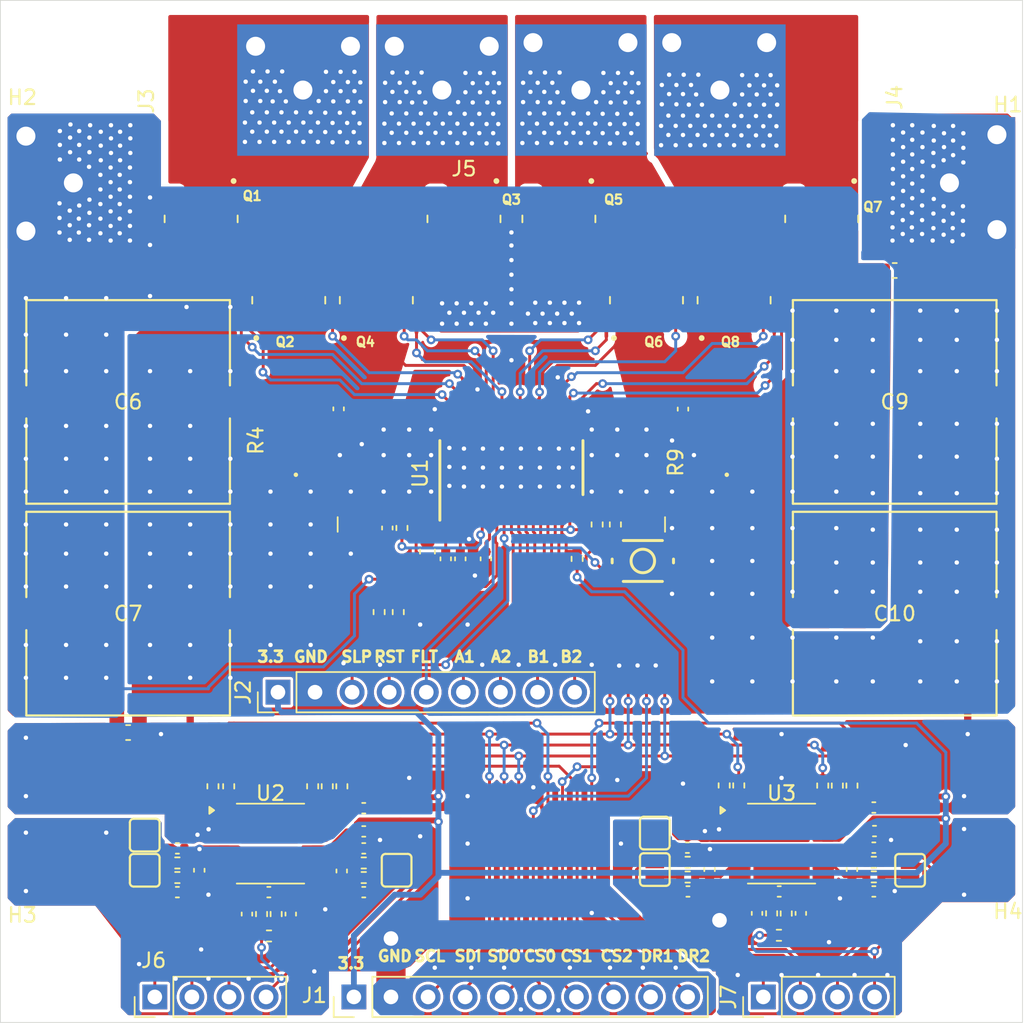
<source format=kicad_pcb>
(kicad_pcb (version 20241229) (generator "pcbnew") (generator_version "9.0")
  (title_block (title "P:ower Brick") (date "2026-01-27") (rev "1.1") (comment 1 "Urs Utzinger"))
  (layers (0 "F.Cu" signal) (2 "B.Cu" signal) (13 "F.Paste" user) (15 "B.Paste" user) (5 "F.SilkS" user "F.Silkscreen") (7 "B.SilkS" user "B.Silkscreen") (1 "F.Mask" user) (3 "B.Mask" user) (25 "Edge.Cuts" user))
  (net 0 "")
  (net 1 "+5V")
  (net 2 "GND")
  (net 3 "Net-(U1-VCP)")
  (net 4 "VBUS")
  (net 5 "Net-(U1-VINT)")
  (net 6 "Net-(U1-CP2)")
  (net 7 "Net-(U1-CP1)")
  (net 8 "Net-(D1-A)")
  (net 9 "Net-(D2-A)")
  (net 10 "/SDO")
  (net 11 "/SDI")
  (net 12 "/SCS")
  (net 13 "/SCLK")
  (net 14 "/BIN1")
  (net 15 "/AIN1")
  (net 16 "/AIN2")
  (net 17 "/BIN2")
  (net 18 "/FAULT_N")
  (net 19 "/SLEEP_N")
  (net 20 "/RESET")
  (net 21 "GNDA")
  (net 22 "Net-(U2-REFP0)")
  (net 23 "Net-(U2-REFN0)")
  (net 24 "Net-(U2-AIN0{slash}REFP1)")
  (net 25 "Net-(U2-AIN1)")
  (net 26 "Net-(U2-AIN2)")
  (net 27 "Net-(U2-AIN3{slash}REFN1)")
  (net 28 "+3.3V")
  (net 29 "GNDD")
  (net 30 "Net-(R10-Pad1)")
  (net 31 "Net-(U2-SCLK)")
  (net 32 "Net-(U2-DIN)")
  (net 33 "/SLEEP_N_IN")
  (net 34 "/A1HS")
  (net 35 "/A1LS")
  (net 36 "/A2HS")
  (net 37 "/A2LS")
  (net 38 "/B1HS")
  (net 39 "/B1LS")
  (net 40 "/B2LS")
  (net 41 "/AOUT1")
  (net 42 "/BOUT2")
  (net 43 "/AISENP")
  (net 44 "/B2HS")
  (net 45 "/BISENP")
  (net 46 "/RSVD")
  (net 47 "/AOUT2")
  (net 48 "/BOUT1")
  (net 49 "/MA2")
  (net 50 "/MB2")
  (net 51 "/MA1")
  (net 52 "/MB1")
  (net 53 "Net-(U2-DOUT{slash}~{DRDY})")
  (net 54 "Net-(U2-~{CS})")
  (net 55 "Net-(U2-~{DRDY})")
  (net 56 "/CS_T1")
  (net 57 "/CS_T2")
  (net 58 "/DRDY_N_T2")
  (net 59 "/DRDY_N_T1")
  (net 60 "Net-(U3-REFP0)")
  (net 61 "Net-(U3-REFN0)")
  (net 62 "Net-(U3-AIN0{slash}REFP1)")
  (net 63 "Net-(U3-AIN1)")
  (net 64 "Net-(U3-AIN2)")
  (net 65 "Net-(U3-AIN3{slash}REFN1)")
  (net 66 "/R0N_T1")
  (net 67 "/R1N_T1")
  (net 68 "/R0P_T1")
  (net 69 "/R0N_T2")
  (net 70 "/R1N_T2")
  (net 71 "/R0P_T2")
  (net 72 "Net-(R22-Pad1)")
  (net 73 "Net-(U3-SCLK)")
  (net 74 "Net-(U3-DIN)")
  (net 75 "Net-(U3-DOUT{slash}~{DRDY})")
  (net 76 "Net-(U3-~{CS})")
  (net 77 "Net-(U3-~{DRDY})")
  (net 78 "/R1P_T1")
  (net 79 "/R1P_T2")
  (footprint "PCM_SparkFun-Capacitor:C_0402_1005Metric" (layer "F.Cu") (at 189.6225 148.68125)
    (property "Reference" "C17")
    (property "Value" "10nF")
  )
  (footprint "Power_Brick:TRANS_CSD18540Q5B" (layer "F.Cu") (at 197.25 109.60625 90)
    (property "Reference" "Q2")
    (property "Value" "CSD18540Q5B")
  )
  (footprint "MountingHole:MountingHole_3.2mm_M3" (layer "F.Cu") (at 181.25 94.35625)
    (property "Reference" "H2")
    (property "Value" "MountingHole" (hide yes))
  )
  (footprint "PCM_SparkFun-Jumper:Jumper_2_NO" (layer "F.Cu") (at 204.6375 150.18125 -90)
    (property "Reference" "JP1")
    (property "Value" "Jumper_2_Bridged" (hide yes))
  )
  (footprint "PCM_SparkFun-Resistor:R_0402_1005Metric" (layer "F.Cu") (at 237.320369 149.633702 180)
    (property "Reference" "R25")
    (property "Value" "10k")
  )
  (footprint "Power_Brick:CAP_PAN_EEE_H13_PAN" (layer "F.Cu") (at 238.75 132.60625)
    (property "Reference" "C10")
    (property "Value" "EEE-TK1J221AQ")
  )
  (footprint "PCM_SparkFun-Resistor:R_0402_1005Metric" (layer "F.Cu") (at 227.070369 144.373702 90)
    (property "Reference" "R32")
    (property "Value" "22")
  )
  (footprint "PCM_SparkFun-Resistor:R_0402_1005Metric" (layer "F.Cu") (at 195.8975 154.68125 180)
    (property "Reference" "R10")
    (property "Value" "20k")
  )
  (footprint "PCM_SparkFun-Resistor:R_0402_1005Metric" (layer "F.Cu") (at 202.3875 150.68125 180)
    (property "Reference" "R14")
    (property "Value" "10k")
  )
  (footprint "PCM_SparkFun-Resistor:R_0402_1005Metric" (layer "F.Cu") (at 199.8875 144.43125 90)
    (property "Reference" "R19")
    (property "Value" "22")
  )
  (footprint "PCM_SparkFun-Capacitor:C_0603_1608Metric" (layer "F.Cu") (at 206.75 128.35625 90)
    (property "Reference" "C4")
    (property "Value" "0.1uF")
  )
  (footprint "Power_Brick:CAP_PAN_EEE_H13_PAN" (layer "F.Cu") (at 186.25 132.60625)
    (property "Reference" "C7")
    (property "Value" "EEE-TK1J221AQ")
  )
  (footprint "Power_Brick:NetTie-2_SMD_Pad0.25mm" (layer "F.Cu") (at 206 113.10625 -90)
    (property "Reference" "NT2" (hide yes))
    (property "Value" "NetTie_2" (hide yes))
  )
  (footprint "PCM_SparkFun-Capacitor:C_0402_1005Metric" (layer "F.Cu") (at 200.665092 118.583248 90)
    (property "Reference" "C34")
    (property "Value" "1.0nF")
  )
  (footprint "PCM_SparkFun-Resistor:R_0402_1005Metric" (layer "F.Cu") (at 205.001696 126.740694 90)
    (property "Reference" "R3")
    (property "Value" "200")
  )
  (footprint "PCM_SparkFun-Resistor:R_0402_1005Metric" (layer "F.Cu") (at 224.570369 149.633702)
    (property "Reference" "R28")
    (property "Value" "10k")
  )
  (footprint "PCM_SparkFun-Capacitor:C_0402_1005Metric" (layer "F.Cu") (at 224.25 118.599218 90)
    (property "Reference" "C35")
    (property "Value" "1.0nF")
  )
  (footprint "PCM_SparkFun-Resistor:R_0402_1005Metric" (layer "F.Cu") (at 202.3875 149.68125 180)
    (property "Reference" "R13")
    (property "Value" "10k")
  )
  (footprint "MountingHole:MountingHole_3.2mm_M3" (layer "F.Cu") (at 243.75 94.35625)
    (property "Reference" "H1")
    (property "Value" "MountingHole" (hide yes))
  )
  (footprint "PCM_SparkFun-Capacitor:C_0402_1005Metric" (layer "F.Cu") (at 210.75 128.85625 90)
    (property "Reference" "C3")
    (property "Value" "1.0uF")
  )
  (footprint "PCM_SparkFun-Resistor:R_0402_1005Metric" (layer "F.Cu") (at 218.37 126.5 90)
    (property "Reference" "R2")
    (property "Value" "10k")
  )
  (footprint "MountingHole:MountingHole_3.2mm_M3" (layer "F.Cu") (at 181.25 156.85625)
    (property "Reference" "H3")
    (property "Value" "MountingHole" (hide yes))
  )
  (footprint "PCM_SparkFun-Capacitor:C_0402_1005Metric" (layer "F.Cu") (at 226.070369 150.133702 90)
    (property "Reference" "C30")
    (property "Value" "0.1uF")
  )
  (footprint "PCM_SparkFun-Capacitor:C_0402_1005Metric" (layer "F.Cu") (at 237.320369 151.633702 180)
    (property "Reference" "C26")
    (property "Value" "10nF")
  )
  (footprint "PCM_SparkFun-Resistor:R_0402_1005Metric" (layer "F.Cu") (at 228.070369 144.373702 90)
    (property "Reference" "R29")
    (property "Value" "22")
  )
  (footprint "PCM_SparkFun-Capacitor:C_0402_1005Metric" (layer "F.Cu") (at 202.3875 151.68125 180)
    (property "Reference" "C15")
    (property "Value" "10nF")
  )
  (footprint "PCM_SparkFun-Resistor:R_0402_1005Metric" (layer "F.Cu") (at 200.8875 144.43125 90)
    (property "Reference" "R21")
    (property "Value" "22")
  )
  (footprint "PCM_SparkFun-Resistor:R_0402_1005Metric" (layer "F.Cu") (at 231.320369 153.143702 90)
    (property "Reference" "R23")
    (property "Value" "0")
  )
  (footprint "Power_Brick:NetTie-2_SMD_Pad0.25mm" (layer "F.Cu") (at 191.939811 156.863288)
    (property "Reference" "NT5" (hide yes))
    (property "Value" "NetTie_2" (hide yes))
  )
  (footprint "Power_Brick:RES_PA2512_YAG" (layer "F.Cu") (at 197.7378 118.60015 90)
    (property "Reference" "R4")
    (property "Value" "PA2512FKE7T0U5E")
  )
  (footprint "PCM_SparkFun-Resistor:R_0402_1005Metric" (layer "F.Cu") (at 204.75 132.5 -90)
    (property "Reference" "R7")
    (property "Value" "330")
  )
  (footprint "Power_Brick:TRANS_CSD18540Q5B" (layer "F.Cu") (at 227.75 109.60625 90)
    (property "Reference" "Q8")
    (property "Value" "CSD18540Q5B")
  )
  (footprint "PCM_SparkFun-Capacitor:C_0402_1005Metric" (layer "F.Cu") (at 209 128.85625 90)
    (property "Reference" "C5")
    (property "Value" "10nF")
  )
  (footprint "PCM_SparkFun-Jumper:Jumper_2_NO" (layer "F.Cu") (at 187.3875 150.18125 90)
    (property "Reference" "JP2")
    (property "Value" "Jumper_2_Bridged" (hide yes))
  )
  (footprint "PCM_SparkFun-Resistor:R_0402_1005Metric" (layer "F.Cu") (at 203.44 132.5 90)
    (property "Reference" "R6")
    (property "Value" "100k")
  )
  (footprint "PCM_SparkFun-Capacitor:C_0603_1608Metric" (layer "F.Cu") (at 186.25 140.75)
    (property "Reference" "C8")
    (property "Value" "0.1uF")
  )
  (footprint "PCM_SparkFun-Resistor:R_0402_1005Metric" (layer "F.Cu") (at 189.6225 149.68125)
    (property "Reference" "R16")
    (property "Value" "10k")
  )
  (footprint "PCM_SparkFun-Capacitor:C_0402_1005Metric" (layer "F.Cu") (at 208 128.85625 -90)
    (property "Reference" "C2")
    (property "Value" "1.0uF")
  )
  (footprint "Connector_PinHeader_2.54mm:PinHeader_1x10_P2.54mm_Vertical" (layer "F.Cu") (at 201.71 158.85625 90)
    (property "Reference" "J1")
    (property "Value" "Conn_01x10" (hide yes))
  )
  (footprint "NetTie:NetTie-2_SMD_Pad0.5mm" (layer "F.Cu") (at 243.75 139.60625 90)
    (property "Reference" "NT9" (hide yes))
    (property "Value" "NetTie_2" (hide yes))
  )
  (footprint "PCM_SparkFun-Capacitor:C_0402_1005Metric" (layer "F.Cu") (at 194.3875 153.18125 90)
    (property "Reference" "C13")
    (property "Value" "10nF")
  )
  (footprint "PCM_SparkFun-Resistor:R_0402_1005Metric" (layer "F.Cu") (at 234.820369 144.383702 90)
    (property "Reference" "R31")
    (property "Value" "22")
  )
  (footprint "PCM_SparkFun-Capacitor:C_0402_1005Metric" (layer "F.Cu") (at 229.320369 153.133702 90)
    (property "Reference" "C24")
    (property "Value" "10nF")
  )
  (footprint "PCM_SparkFun-Resistor:R_0402_1005Metric" (layer "F.Cu") (at 237.320369 150.633702 180)
    (property "Reference" "R26")
    (property "Value" "10k")
  )
  (footprint "PCM_SparkFun-Resistor:R_0402_1005Metric" (layer "F.Cu") (at 219.62 126.5 -90)
    (property "Reference" "R1")
    (property "Value" "200")
  )
  (footprint "Power_Brick:RES_PA2512_YAG" (layer "F.Cu") (at 227.25 118.60015 90)
    (property "Reference" "R9")
    (property "Value" "PA2512FKE7T0U5E")
  )
  (footprint "PCM_SparkFun-Capacitor:C_0402_1005Metric" (layer "F.Cu") (at 230.840369 151.633702 180)
    (property "Reference" "C31")
    (property "Value" "0.1uF")
  )
  (footprint "PCM_SparkFun-Capacitor:C_0402_1005Metric" (layer "F.Cu") (at 189.6225 151.68125)
    (property "Reference" "C16")
    (property "Value" "10nF")
  )
  (footprint "Power_Brick:NetTie-2_SMD_Pad0.25mm" (layer "F.Cu") (at 194.5 112.85625 90)
    (property "Reference" "NT1" (hide yes))
    (property "Value" "NetTie_2" (hide yes))
  )
  (footprint "Power_Brick:TRANS_CSD18540Q5B" (layer "F.Cu") (at 221.75 109.60625 90)
    (property "Reference" "Q6")
    (property "Value" "CSD18540Q5B")
  )
  (footprint "Power_Brick:TRANS_CSD18540Q5B" (layer "F.Cu") (at 215.75 107.10625 -90)
    (property "Reference" "Q5")
    (property "Value" "CSD18540Q5B")
  )
  (footprint "PCM_SparkFun-Capacitor:C_0402_1005Metric" (layer "F.Cu") (at 195.8875 151.68125 180)
    (property "Reference" "C20")
    (property "Value" "0.1uF")
  )
  (footprint "Connector_PinHeader_2.54mm:PinHeader_1x04_P2.54mm_Vertical" (layer "F.Cu") (at 188.0775 158.85625 90)
    (property "Reference" "J6")
    (property "Value" "Conn_01x04" (hide yes))
  )
  (footprint "Power_Brick:MKDS5_2-9_5_1pos_PowerPad" (layer "F.Cu") (at 242.5 103.10625 90)
    (property "Reference" "J4")
    (property "Value" "MKDS5_2-9_5_1pos_PowerPad" (hide yes))
  )
  (footprint "PCM_SparkFun-Resistor:R_0402_1005Metric" (layer "F.Cu") (at 217 128.85625 90)
    (property "Reference" "R8")
    (property "Value" "3.3k")
  )
  (footprint "PCM_SparkFun-Jumper:Jumper_2_NO" (layer "F.Cu") (at 239.802546 150.183702 -90)
    (property "Reference" "JP4")
    (property "Value" "Jumper_2_Bridged" (hide yes))
  )
  (footprint "Power_Brick:CAP_PAN_EEE_H13_PAN" (layer "F.Cu") (at 186.25 118.10625)
    (property "Reference" "C6")
    (property "Value" "EEE-TK1J221AQ")
  )
  (footprint "PCM_SparkFun-Capacitor:C_0402_1005Metric" (layer "F.Cu") (at 237.365864 147.497441)
    (property "Reference" "C33")
    (property "Value" "0.1uF")
  )
  (footprint "Connector_PinHeader_2.54mm:PinHeader_1x04_P2.54mm_Vertical" (layer "F.Cu") (at 229.75 158.85625 90)
    (property "Reference" "J7")
    (property "Value" "Conn_01x04" (hide yes))
  )
  (footprint "MountingHole:MountingHole_3.2mm_M3" (layer "F.Cu") (at 243.85 156.85625)
    (property "Reference" "H4")
    (property "Value" "MountingHole" (hide yes))
  )
  (footprint "PCM_SparkFun-Jumper:Jumper_2_NO" (layer "F.Cu") (at 222.320369 150.133702 90)
    (property "Reference" "JP5")
    (property "Value" "Jumper_2_Bridged" (hide yes))
  )
  (footprint "Power_Brick:DCP0038A_N" (layer "F.Cu") (at 212.5 122.60625 90)
    (property "Reference" "U1")
    (property "Value" "DRV8704DCPR")
  )
  (footprint "PCM_SparkFun-Resistor:R_0402_1005Metric" (layer "F.Cu") (at 195.3875 153.18125 90)
    (property "Reference" "R12")
    (property "Value" "10k")
  )
  (footprint "PCM_SparkFun-Capacitor:C_0402_1005Metric" (layer "F.Cu") (at 197.3875 153.18125 90)
    (property "Reference" "C12")
    (property "Value" "10nF")
  )
  (footprint "PCM_SparkFun-Capacitor:C_0402_1005Metric" (layer "F.Cu") (at 202.3875 147.52125)
    (property "Reference" "C22")
    (property "Value" "0.1uF")
  )
  (footprint "Connector_PinHeader_2.54mm:PinHeader_1x09_P2.54mm_Vertical" (layer "F.Cu") (at 196.51 137.98625 90)
    (property "Reference" "J2")
    (property "Value" "Conn_01x09")
  )
  (footprint "Package_SO:TSSOP-16_4.4x5mm_P0.65mm" (layer "F.Cu") (at 196 148.35625)
    (property "Reference" "U2")
    (property "Value" "ADS1220xPW")
  )
  (footprint "PCM_SparkFun-Jumper:Jumper_2_NO" (layer "F.Cu") (at 187.3875 147.77485 90)
    (property "Reference" "JP3")
    (property "Value" "Jumper_2_Bridged" (hide yes))
  )
  (footprint "PCM_SparkFun-Resistor:R_0402_1005Metric" (layer "F.Cu") (at 235.820369 144.383702 90)
    (property "Reference" "R33")
    (property "Value" "22")
  )
  (footprint "PCM_SparkFun-Capacitor:C_0402_1005Metric" (layer "F.Cu") (at 202.3875 148.68125 180)
    (property "Reference" "C14")
    (property "Value" "10nF")
  )
  (footprint "Power_Brick:CAP_PAN_EEE_H13_PAN" (layer "F.Cu") (at 238.75 118.10625)
    (property "Reference" "C9")
    (property "Value" "EEE-TK1J221AQ")
  )
  (footprint "PCM_SparkFun-Resistor:R_0402_1005Metric" (layer "F.Cu") (at 233.820369 144.383702 90)
    (property "Reference" "R30")
    (property "Value" "22")
  )
  (footprint "PCM_SparkFun-Capacitor:C_0402_1005Metric" (layer "F.Cu") (at 237.320369 145.883702 180)
    (property "Reference" "C32")
    (property "Value" "0.1uF")
  )
  (footprint "Power_Brick:MKDS5_2-9_5_4pos_PowerPad" (layer "F.Cu") (at 212.5 96.75 180)
    (property "Reference" "J5")
    (property "Value" "MKDS5_2-9_5_4pos_PowerPad" (hide yes))
  )
  (footprint "PCM_SparkFun-Capacitor:C_0603_1608Metric" (layer "F.Cu") (at 238.75 109.10625)
    (property "Reference" "C11")
    (property "Value" "0.1uF")
  )
  (footprint "PCM_SparkFun-Jumper:Jumper_2_NO" (layer "F.Cu") (at 222.320369 147.633702 90)
    (property "Reference" "JP6")
    (property "Value" "Jumper_2_Bridged" (hide yes))
  )
  (footprint "NetTie:NetTie-2_SMD_Pad2.0mm" (layer "F.Cu") (at 204.25 156.85625 90)
    (property "Reference" "NT7" (hide yes))
    (property "Value" "NetTie_2" (hide yes))
  )
  (footprint "NetTie:NetTie-2_SMD_Pad0.5mm" (layer "F.Cu") (at 190.5 139.75 -90)
    (property "Reference" "NT8" (hide yes))
    (property "Value" "NetTie_2" (hide yes))
  )
  (footprint "PCM_SparkFun-Resistor:R_0402_1005Metric" (layer "F.Cu") (at 230.820369 154.633702 180)
    (property "Reference" "R22")
    (property "Value" "20k")
  )
  (footprint "PCM_SparkFun-Resistor:R_0402_1005Metric" (layer "F.Cu") (at 192.0575 144.43125 90)
    (property "Reference" "R20")
    (property "Value" "22")
  )
  (footprint "Power_Brick:MKDS5_2-9_5_1pos_PowerPad" (layer "F.Cu") (at 182.5 103.10625 -90)
    (property "Reference" "J3")
    (property "Value" "MKDS5_2-9_5_1pos_PowerPad" (hide yes))
  )
  (footprint "PCM_SparkFun-Resistor:R_0402_1005Metric" (layer "F.Cu") (at 230.320369 153.133702 90)
    (property "Reference" "R24")
    (property "Value" "10k")
  )
  (footprint "Package_SO:TSSOP-16_4.4x5mm_P0.65mm" (layer "F.Cu") (at 231 148.35625)
    (property "Reference" "U3")
    (property "Value" "ADS1220xPW")
  )
  (footprint "Power_Brick:TRANS_CSD18540Q5B" (layer "F.Cu") (at 203.25 109.60625 90)
    (property "Reference" "Q4")
    (property "Value" "CSD18540Q5B")
  )
  (footprint "PCM_SparkFun-Capacitor:C_0402_1005Metric" (layer "F.Cu") (at 202.3875 145.93125 180)
    (property "Reference" "C21")
    (property "Value" "0.1uF")
  )
  (footprint "PCM_SparkFun-Capacitor:C_0402_1005Metric" (layer "F.Cu") (at 224.550369 148.633702)
    (property "Reference" "C28")
    (property "Value" "10nF")
  )
  (footprint "PCM_SparkFun-Resistor:R_0402_1005Metric" (layer "F.Cu") (at 198.8875 144.43125 90)
    (property "Reference" "R18")
    (property "Value" "22")
  )
  (footprint "PCM_SparkFun-Capacitor:C_0402_1005Metric" (layer "F.Cu") (at 224.590369 151.633702)
    (property "Reference" "C27")
    (property "Value" "10nF")
  )
  (footprint "Power_Brick:NetTie-2_SMD_Pad0.25mm" (layer "F.Cu") (at 219 113.35625 90)
    (property "Reference" "NT3" (hide yes))
    (property "Value" "NetTie_2" (hide yes))
  )
  (footprint "Power_Brick:TRANS_CSD18540Q5B" (layer "F.Cu") (at 209.25 107.10625 -90)
    (property "Reference" "Q3")
    (property "Value" "CSD18540Q5B")
  )
  (footprint "Power_Brick:TRANS_CSD18540Q5B" (layer "F.Cu") (at 233.75 107.10625 -90)
    (property "Reference" "Q7")
    (property "Value" "CSD18540Q5B")
  )
  (footprint "PCM_SparkFun-LED:LED_0603_1608Metric_Red" (layer "F.Cu") (at 221.62 126.5 180)
    (property "Reference" "D1")
    (property "Value" "Red")
  )
  (footprint "PCM_SparkFun-Resistor:R_0402_1005Metric" (layer "F.Cu") (at 196.3875 153.18125 90)
    (property "Reference" "R11")
    (property "Value" "0")
  )
  (footprint "PCM_SparkFun-Resistor:R_0402_1005Metric" (layer "F.Cu") (at 193.1375 144.43125 90)
    (property "Reference" "R17")
    (property "Value" "22")
  )
  (footprint "PCM_SparkFun-LED:LED_0603_1608Metric_Green" (layer "F.Cu") (at 202 126.5)
    (property "Reference" "D2")
    (property "Value" "Green")
  )
  (footprint "PCM_SparkFun-Capacitor:C_0402_1005Metric" (layer "F.Cu") (at 235.820369 150.133702 -90)
    (property "Reference" "C29")
    (property "Value" "0.1uF")
  )
  (footprint "PCM_SparkFun-Capacitor:C_0402_1005Metric" (layer "F.Cu") (at 191.1225 150.18125 90)
    (property "Reference" "C19")
    (property "Value" "0.1uF")
  )
  (footprint "PCM_SparkFun-Capacitor:C_0402_1005Metric" (layer "F.Cu") (at 200.877726 150.231072 -90)
    (property "Reference" "C18")
    (property "Value" "0.1uF")
  )
  (footprint "PCM_SparkFun-Capacitor:C_0402_1005Metric" (layer "F.Cu") (at 232.320369 153.133702 90)
    (property "Reference" "C23")
    (property "Value" "10nF")
  )
  (footprint "PCM_SparkFun-Resistor:R_0402_1005Metric" (layer "F.Cu") (at 189.6225 150.68125)
    (property "Reference" "R15")
    (property "Value" "10k")
  )
  (footprint "PCM_SparkFun-Capacitor:C_0402_1005Metric" (layer "F.Cu") (at 204.001696 126.740694 -90)
    (property "Reference" "C1")
    (property "Value" "0.1uF")
  )
  (footprint "PCM_SparkFun-Capacitor:C_0402_1005Metric" (layer "F.Cu") (at 237.320369 148.633702 180)
    (property "Reference" "C25")
    (property "Value" "10nF")
  )
  (footprint "PCM_SparkFun-Switch:Push_SMD_4.6x2.8mm_h1.9mm" (layer "F.Cu") (at 221.5 129)
    (property "Reference" "SW1")
    (property "Value" "SMD_5.2x5.2mm_h1.9mm")
  )
  (footprint "Power_Brick:NetTie-2_SMD_Pad0.25mm" (layer "F.Cu") (at 230.5 113.10625 -90)
    (property "Reference" "NT4" (hide yes))
    (property "Value" "NetTie_2" (hide yes))
  )
  (footprint "PCM_SparkFun-Resistor:R_0402_1005Metric" (layer "F.Cu") (at 224.570369 150.644442)
    (property "Reference" "R27")
    (property "Value" "10k")
  )
  (footprint "Power_Brick:NetTie-2_SMD_Pad0.25mm" (layer "F.Cu") (at 233.534359 156.60625)
    (property "Reference" "NT6" (hide yes))
    (property "Value" "NetTie_2" (hide yes))
  )
  (footprint "Power_Brick:TRANS_CSD18540Q5B" (layer "F.Cu") (at 191.25 107.10625 -90)
    (property "Reference" "Q1")
    (property "Value" "CSD18540Q5B")
  )
  (gr_line (start 223.75 112.60625) (end 223.75 113.60625) (stroke (width 0.2)) (layer "F.Cu") (net 39))
  (gr_line (start 229.75 112.60625) (end 229.75 113.60625) (stroke (width 0.2)) (layer "F.Cu") (net 40))
  (gr_rect (start 177.5 90.60625) (end 247.5 160.60625) (stroke (width 0.05)) (fill no) (layer "Edge.Cuts"))
  (gr_text "B1" (at 213.5 136 0) (layer "F.SilkS") (effects (font (size 0.75 0.75) (thickness 0.1875) (bold yes)) (justify left bottom)))
  (gr_text "B2\n" (at 215.75 136 0) (layer "F.SilkS") (effects (font (size 0.75 0.75) (thickness 0.1875) (bold yes)) (justify left bottom)))
  (gr_text "CS0" (at 213.25 156.5 0) (layer "F.SilkS") (effects (font (size 0.75 0.75) (thickness 0.1875) (bold yes)) (justify left bottom)))
  (gr_text "3.3" (at 200.5 157 0) (layer "F.SilkS") (effects (font (size 0.75 0.75) (thickness 0.1875) (bold yes)) (justify left bottom)))
  (gr_text "DR2" (at 223.75 156.5 0) (layer "F.SilkS") (effects (font (size 0.75 0.75) (thickness 0.1875) (bold yes)) (justify left bottom)))
  (gr_text "A2" (at 211 136 0) (layer "F.SilkS") (effects (font (size 0.75 0.75) (thickness 0.1875) (bold yes)) (justify left bottom)))
  (gr_text "GND" (at 203.25 156.5 0) (layer "F.SilkS") (effects (font (size 0.75 0.75) (thickness 0.1875) (bold yes)) (justify left bottom)))
  (gr_text "A1" (at 208.5 136 0) (layer "F.SilkS") (effects (font (size 0.75 0.75) (thickness 0.1875) (bold yes)) (justify left bottom)))
  (gr_text "CS2\n" (at 218.5 156.5 0) (layer "F.SilkS") (effects (font (size 0.75 0.75) (thickness 0.1875) (bold yes)) (justify left bottom)))
  (gr_text "CS1" (at 215.75 156.5 0) (layer "F.SilkS") (effects (font (size 0.75 0.75) (thickness 0.1875) (bold yes)) (justify left bottom)))
  (gr_text "DR1" (at 221.25 156.5 0) (layer "F.SilkS") (effects (font (size 0.75 0.75) (thickness 0.1875) (bold yes)) (justify left bottom)))
  (gr_text "SLP" (at 200.75 136 0) (layer "F.SilkS") (effects (font (size 0.75 0.75) (thickness 0.1875) (bold yes)) (justify left bottom)))
  (gr_text "FLT\n" (at 205.5 136 0) (layer "F.SilkS") (effects (font (size 0.75 0.75) (thickness 0.1875) (bold yes)) (justify left bottom)))
  (gr_text "SCL" (at 205.75 156.5 0) (layer "F.SilkS") (effects (font (size 0.75 0.75) (thickness 0.1875) (bold yes)) (justify left bottom)))
  (gr_text "RST" (at 203 136 0) (layer "F.SilkS") (effects (font (size 0.75 0.75) (thickness 0.1875) (bold yes)) (justify left bottom)))
  (gr_text "3.3" (at 195 136 0) (layer "F.SilkS") (effects (font (size 0.75 0.75) (thickness 0.1875) (bold yes)) (justify left bottom)))
  (gr_text "SDI" (at 208.5 156.5 0) (layer "F.SilkS") (effects (font (size 0.75 0.75) (thickness 0.1875) (bold yes)) (justify left bottom)))
  (gr_text "SDO" (at 210.75 156.5 0) (layer "F.SilkS") (effects (font (size 0.75 0.75) (thickness 0.1875) (bold yes)) (justify left bottom)))
  (gr_text "GND\n" (at 197.5 136 0) (layer "F.SilkS") (effects (font (size 0.75 0.75) (thickness 0.1875) (bold yes)) (justify left bottom)))
  (segment (start 205 128) (end 205 127.25239) (width 0.2) (layer "F.Cu") (net 1))
  (segment (start 204.031696 127.250694) (end 204.001696 127.220694) (width 0.2) (layer "F.Cu") (net 1))
  (segment (start 210.499999 127.09853) (end 210.499999 125.556249) (width 0.2) (layer "F.Cu") (net 1))
  (segment (start 205.001696 127.250694) (end 204.031696 127.250694) (width 0.2) (layer "F.Cu") (net 1))
  (segment (start 205 127.25239) (end 205.001696 127.250694) (width 0.2) (layer "F.Cu") (net 1))
  (segment (start 210.390955 127.207574) (end 210.499999 127.09853) (width 0.2) (layer "F.Cu") (net 1))
  (via (at 210.390955 127.207574) (size 0.6) (drill 0.3) (layers "F.Cu" "B.Cu") (net 1))
  (via (at 205 128) (size 0.6) (drill 0.3) (layers "F.Cu" "B.Cu") (net 1))
  (segment (start 210.390955 127.775179) (end 210.059884 128.10625) (width 0.2) (layer "B.Cu") (net 1))
  (segment (start 205.10625 128.10625) (end 205 128) (width 0.2) (layer "B.Cu") (net 1))
  (segment (start 210.059884 128.10625) (end 205.10625 128.10625) (width 0.2) (layer "B.Cu") (net 1))
  (segment (start 210.390955 127.207574) (end 210.390955 127.775179) (width 0.2) (layer "B.Cu") (net 1))
  (segment (start 207.863199 118.60625) (end 208 118.743051) (width 0.2) (layer "F.Cu") (net 2))
  (segment (start 215.454796 117.952755) (end 215.454796 116.643734) (width 0.2) (layer "F.Cu") (net 2))
  (segment (start 216.999999 126.106249) (end 216.999999 125.556249) (width 0.2) (layer "F.Cu") (net 2))
  (segment (start 191.586436 118.35625) (end 190.961 118.35625) (width 0.2) (layer "F.Cu") (net 2))
  (segment (start 208 118.743051) (end 208 119.506249) (width 0.2) (layer "F.Cu") (net 2))
  (segment (start 212.498 116.252) (end 212.5 116.25) (width 0.2) (layer "F.Cu") (net 2))
  (segment (start 215.000001 118.40755) (end 215.454796 117.952755) (width 0.2) (layer "F.Cu") (net 2))
  (segment (start 187.025 140.75) (end 187.025 140.475) (width 0.2) (layer "F.Cu") (net 2))
  (segment (start 239.525 105.08125) (end 241.5 103.10625) (width 0.2) (layer "F.Cu") (net 2))
  (segment (start 241.5 103.10625) (end 244.211 105.81725) (width 0.2) (layer "F.Cu") (net 2))
  (segment (start 210.1754 117.25) (end 210.1754 118.082951) (width 0.2) (layer "F.Cu") (net 2))
  (segment (start 244.961 118.35625) (end 245.586436 118.35625) (width 0.2) (layer "F.Cu") (net 2))
  (segment (start 215.000001 119.506249) (end 215.000001 118.40755) (width 0.2) (layer "F.Cu") (net 2))
  (segment (start 210.5 118.407551) (end 210.5 119.506249) (width 0.2) (layer "F.Cu") (net 2))
  (segment (start 197.75 120.60625) (end 197.7378 120.59405) (width 0.2) (layer "F.Cu") (net 2))
  (segment (start 212.5 119.656248) (end 212.498 119.654248) (width 0.2) (layer "F.Cu") (net 2))
  (segment (start 207.25 118.60625) (end 207.863199 118.60625) (width 0.2) (layer "F.Cu") (net 2))
  (segment (start 210 126.75) (end 210 125.556249) (width 0.2) (layer "F.Cu") (net 2))
  (segment (start 212.5 116.25) (end 212.5 115.25) (width 0.2) (layer "F.Cu") (net 2))
  (segment (start 209.6 127.5) (end 209.5 127.4) (width 0.2) (layer "F.Cu") (net 2))
  (segment (start 210.1754 118.082951) (end 210.5 118.407551) (width 0.2) (layer "F.Cu") (net 2))
  (segment (start 209.6 127.5) (end 209.6 127.15) (width 0.2) (layer "F.Cu") (net 2))
  (segment (start 209.6 127.15) (end 210 126.75) (width 0.2) (layer "F.Cu") (net 2))
  (segment (start 212.5 119.654248) (end 212.5 116.252) (width 0.2) (layer "F.Cu") (net 2))
  (segment (start 215.454796 116.643734) (end 215.674265 116.424265) (width 0.2) (layer "F.Cu") (net 2))
  (segment (start 187.025 140.75) (end 187.025 139.025) (width 1) (layer "F.Cu") (net 2))
  (via (at 223.5 131.25) (size 0.6) (drill 0.3) (layers "F.Cu" "B.Cu") (net 2))
  (via (at 187.75 126.5) (size 0.6) (drill 0.3) (layers "F.Cu" "B.Cu") (net 2))
  (via (at 223.5 126.75) (size 0.6) (drill 0.3) (layers "F.Cu" "B.Cu") (net 2))
  (via (at 220 124.25) (size 0.6) (drill 0.3) (layers "F.Cu" "B.Cu") (net 2))
  (via (at 210.5 136.10625) (size 0.6) (drill 0.3) (layers "F.Cu" "B.Cu") (net 2))
  (via (at 243 126.85625) (size 0.6) (drill 0.3) (layers "F.Cu" "B.Cu") (net 2))
  (via (at 190.5 134.75) (size 0.6) (drill 0.3) (layers "F.Cu" "B.Cu") (net 2))
  (via (at 206.25 133.35625) (size 0.6) (drill 0.3) (layers "F.Cu" "B.Cu") (net 2))
  (via (at 196 124.25) (size 0.6) (drill 0.3) (layers "F.Cu" "B.Cu") (net 2))
  (via (at 237.25 137.25) (size 0.6) (drill 0.3) (layers "F.Cu" "B.Cu") (net 2))
  (via (at 231.75 134.25) (size 0.6) (drill 0.3) (layers "F.Cu" "B.Cu") (net 2))
  (via (at 187.75 134.75) (size 0.6) (drill 0.3) (layers "F.Cu" "B.Cu") (net 2))
  (via (at 215.674265 116.424265) (size 0.6) (drill 0.3) (layers "F.Cu" "B.Cu") (net 2))
  (via (at 190.5 130.75) (size 0.6) (drill 0.3) (layers "F.Cu" "B.Cu") (net 2))
  (via (at 226.25 134.25) (size 0.6) (drill 0.3) (layers "F.Cu" "B.Cu") (net 2))
  (via (at 219.75 121.75) (size 0.6) (drill 0.3) (layers "F.Cu" "B.Cu") (net 2))
  (via (at 193.25 126.5) (size 0.6) (drill 0.3) (layers "F.Cu" "B.Cu") (net 2))
  (via (at 203.75 120) (size 0.6) (drill 0.3) (layers "F.Cu" "B.Cu") (net 2))
  (via (at 226.25 126.75) (size 0.6) (drill 0.3) (layers "F.Cu" "B.Cu") (net 2))
  (via (at 198.75 134.75) (size 0.6) (drill 0.3) (layers "F.Cu" "B.Cu") (net 2))
  (via (at 245.75 126.85625) (size 0.6) (drill 0.3) (layers "F.Cu" "B.Cu") (net 2))
  (via (at 190.5 124.25) (size 0.6) (drill 0.3) (layers "F.Cu" "B.Cu") (net 2))
  (via (at 187.75 122) (size 0.6) (drill 0.3) (layers "F.Cu" "B.Cu") (net 2))
  (via (at 190.5 126.5) (size 0.6) (drill 0.3) (layers "F.Cu" "B.Cu") (net 2))
  (via (at 229 129) (size 0.6) (drill 0.3) (layers "F.Cu" "B.Cu") (net 2))
  (via (at 225 121.75) (size 0.6) (drill 0.3) (layers "F.Cu" "B.Cu") (net 2))
  (via (at 229 126.75) (size 0.6) (drill 0.3) (layers "F.Cu" "B.Cu") (net 2))
  (via (at 218 121.75) (size 0.6) (drill 0.3) (layers "F.Cu" "B.Cu") (net 2))
  (via (at 187.75 130.75) (size 0.6) (drill 0.3) (layers "F.Cu" "B.Cu") (net 2))
  (via (at 243 131.10625) (size 0.6) (drill 0.3) (layers "F.Cu" "B.Cu") (net 2))
  (via (at 245.75 116) (size 0.6) (drill 0.3) (layers "F.Cu" "B.Cu") (net 2))
  (via (at 207.25 118.60625) (size 0.6) (drill 0.3) (layers "F.Cu" "B.Cu") (net 2))
  (via (at 240.5 121.85625) (size 0.6) (drill 0.3) (layers "F.Cu" "B.Cu") (net 2))
  (via (at 229 131.25) (size 0.6) (drill 0.3) (layers "F.Cu" "B.Cu") (net 2))
  (via (at 231.75 137.25) (size 0.6) (drill 0.3) (layers "F.Cu" "B.Cu") (net 2))
  (via (at 200.75 121.75) (size 0.6) (drill 0.3) (layers "F.Cu" "B.Cu") (net 2))
  (via (at 245.75 131.10625) (size 0.6) (drill 0.3) (layers "F.Cu" "B.Cu") (net 2))
  (via (at 221.75 124.25) (size 0.6) (drill 0.3) (layers "F.Cu" "B.Cu") (net 2))
  (via (at 245.75 119.60625) (size 0.6) (drill 0.3) (layers "F.Cu" "B.Cu") (net 2))
  (via (at 226.25 124.25) (size 0.6) (drill 0.3) (layers "F.Cu" "B.Cu") (net 2))
  (via (at 198.75 126.5) (size 0.6) (drill 0.3) (layers "F.Cu" "B.Cu") (net 2))
  (via (at 187.75 128.5) (size 0.6) (drill 0.3) (layers "F.Cu" "B.Cu") (net 2))
  (via (at 221.140735 136.157151) (size 0.6) (drill 0.3) (layers "F.Cu" "B.Cu") (net 2))
  (via (at 237.25 134.25) (size 0.6) (drill 0.3) (layers "F.Cu" "B.Cu") (net 2))
  (via (at 218 136.10625) (size 0.6) (drill 0.3) (layers "F.Cu" "B.Cu") (net 2))
  (via (at 190.5 119.75) (size 0.6) (drill 0.3) (layers "F.Cu" "B.Cu") (net 2))
  (via (at 240.5 134.5) (size 0.6) (drill 0.3) (layers "F.Cu" "B.Cu") (net 2))
  (via (at 187.75 124.25) (size 0.6) (drill 0.3) (layers "F.Cu" "B.Cu") (net 2))
  (via (at 229 134.25) (size 0.6) (drill 0.3) (layers "F.Cu" "B.Cu") (net 2))
  (via (at 240.5 116) (size 0.6) (drill 0.3) (layers "F.Cu" "B.Cu") (net 2))
  (via (at 229 137.25) (size 0.6) (drill 0.3) (layers "F.Cu" "B.Cu") (net 2))
  (via (at 226.25 137.25) (size 0.6) (drill 0.3) (layers "F.Cu" "B.Cu") (net 2))
  (via (at 193.25 124.25) (size 0.6) (drill 0.3) (layers "F.Cu" "B.Cu") (net 2))
  (via (at 213 136.10625) (size 0.6) (drill 0.3) (layers "F.Cu" "B.Cu") (net 2))
  (via (at 193.25 137) (size 0.6) (drill 0.3) (layers "F.Cu" "B.Cu") (net 2))
  (via (at 205.5 124.25) (size 0.6) (drill 0.3) (layers "F.Cu" "B.Cu") (net 2))
  (via (at 234.75 137.25) (size 0.6) (drill 0.3) (layers "F.Cu" "B.Cu") (net 2))
  (via (at 209.5 133.35625) (size 0.6) (drill 0.3) (layers "F.Cu" "B.Cu") (net 2))
  (via (at 223.5 120.75) (size 0.6) (drill 0.3) (layers "F.Cu" "B.Cu") (net 2))
  (via (at 218 120) (size 0.6) (drill 0.3) (layers "F.Cu" "B.Cu") (net 2))
  (via (at 190.5 122) (size 0.6) (drill 0.3) (layers "F.Cu" "B.Cu") (net 2))
  (via (at 221.75 120) (size 0.6) (drill 0.3) (layers "F.Cu" "B.Cu") (net 2))
  (via (at 207 120) (size 0.6) (drill 0.3) (layers "F.Cu" "B.Cu") (net 2))
  (via (at 245.75 124.35625) (size 0.6) (drill 0.3) (layers "F.Cu" "B.Cu") (net 2))
  (via (at 196 134.75) (size 0.6) (drill 0.3) (layers "F.Cu" "B.Cu") (net 2))
  (via (at 203.5 136.10625) (size 0.6) (drill 0.3) (layers "F.Cu" "B.Cu") (net 2))
  (via (at 240.5 131.10625) (size 0.6) (drill 0.3) (layers "F.Cu" "B.Cu") (net 2))
  (via (at 245.75 129.10625) (size 0.6) (drill 0.3) (layers "F.Cu" "B.Cu") (net 2))
  (via (at 190.5 116) (size 0.6) (drill 0.3) (layers "F.Cu" "B.Cu") (net 2))
  (via (at 240.5 129.10625) (size 0.6) (drill 0.3) (layers "F.Cu" "B.Cu") (net 2))
  (via (at 243 129.10625) (size 0.6) (drill 0.3) (layers "F.Cu" "B.Cu") (net 2))
  (via (at 243 111.85625) (size 0.6) (drill 0.3) (layers "F.Cu" "B.Cu") (net 2))
  (via (at 222.382732 136.157151) (size 0.6) (drill 0.3) (layers "F.Cu" "B.Cu") (net 2))
  (via (at 202.25 121) (size 0.6) (drill 0.3) (layers "F.Cu" "B.Cu") (net 2))
  (via (at 240.5 113.85625) (size 0.6) (drill 0.3) (layers "F.Cu" "B.Cu") (net 2))
  (via (at 207 124.25) (size 0.6) (drill 0.3) (layers "F.Cu" "B.Cu") (net 2))
  (via (at 240.5 124.35625) (size 0.6) (drill 0.3) (layers "F.Cu" "B.Cu") (net 2))
  (via (at 205.5 120) (size 0.6) (drill 0.3) (layers "F.Cu" "B.Cu") (net 2))
  (via (at 243 113.85625) (size 0.6) (drill 0.3) (layers "F.Cu" "B.Cu") (net 2))
  (via (at 190.5 137) (size 0.6) (drill 0.3) (layers "F.Cu" "B.Cu") (net 2))
  (via (at 226.25 131.25) (size 0.6) (drill 0.3) (layers "F.Cu" "B.Cu") (net 2))
  (via (at 240.5 119.60625) (size 0.6) (drill 0.3) (layers "F.Cu" "B.Cu") (net 2))
  (via (at 240.5 126.85625) (size 0.6) (drill 0.3) (layers "F.Cu" "B.Cu") (net 2))
  (via (at 201.5 124.25) (size 0.6) (drill 0.3) (layers "F.Cu" "B.Cu") (net 2))
  (via (at 217.75 118.75) (size 0.6) (drill 0.3) (layers "F.Cu" "B.Cu") (net 2))
  (via (at 203.75 121.75) (size 0.6) (drill 0.3) (layers "F.Cu" "B.Cu") (net 2))
  (via (at 193.25 134.75) (size 0.6) (drill 0.3) (layers "F.Cu" "B.Cu") (net 2))
  (via (at 203.75 124.25) (size 0.6) (drill 0.3) (layers "F.Cu" "B.Cu") (net 2))
  (via (at 243 121.85625) (size 0.6) (drill 0.3) (layers "F.Cu" "B.Cu") (net 2))
  (via (at 219.75 120) (size 0.6) (drill 0.3) (layers "F.Cu" "B.Cu") (net 2))
  (via (at 196 128.5) (size 0.6) (drill 0.3) (layers "F.Cu" "B.Cu") (net 2))
  (via (at 229 124.25) (size 0.6) (drill 0.3) (layers "F.Cu" "B.Cu") (net 2))
  (via (at 245.75 113.85625) (size 0.6) (drill 0.3) (layers "F.Cu" "B.Cu") (net 2))
  (via (at 218 124.25) (size 0.6) (drill 0.3) (layers "F.Cu" "B.Cu") (net 2))
  (via (at 187.75 119.75) (size 0.6) (drill 0.3) (layers "F.Cu" "B.Cu") (net 2))
  (via (at 215.5 136.10625) (size 0.6) (drill 0.3) (layers "F.Cu" "B.Cu") (net 2))
  (via (at 240.5 137.25) (size 0.6) (drill 0.3) (layers "F.Cu" "B.Cu") (net 2))
  (via (at 196 126.5) (size 0.6) (drill 0.3) (layers "F.Cu" "B.Cu") (net 2))
  (via (at 210 130) (size 0.6) (drill 0.3) (layers "F.Cu" "B.Cu") (net 2))
  (via (at 209.6 127.5) (size 0.6) (drill 0.3) (layers "F.Cu" "B.Cu") (net 2))
  (via (at 196 130.75) (size 0.6) (drill 0.3) (layers "F.Cu" "B.Cu") (net 2))
  (via (at 243 116) (size 0.6) (drill 0.3) (layers "F.Cu" "B.Cu") (net 2))
  (via (at 243 124.35625) (size 0.6) (drill 0.3) (layers "F.Cu" "B.Cu") (net 2))
  (via (at 193.25 128.5) (size 0.6) (drill 0.3) (layers "F.Cu" "B.Cu") (net 2))
  (via (at 223.5 124.25) (size 0.6) (drill 0.3) (layers "F.Cu" "B.Cu") (net 2))
  (via (at 245.75 137.25) (size 0.6) (drill 0.3) (layers "F.Cu" "B.Cu") (net 2))
  (via (at 243 137.25) (size 0.6) (drill 0.3) (layers "F.Cu" "B.Cu") (net 2))
  (via (at 198.75 128.5) (size 0.6) (drill 0.3) (layers "F.Cu" "B.Cu") (net 2))
  (via (at 190.5 128.5) (size 0.6) (drill 0.3) (layers "F.Cu" "B.Cu") (net 2))
  (via (at 207 121.75) (size 0.6) (drill 0.3) (layers "F.Cu" "B.Cu") (net 2))
  (via (at 198.75 124.25) (size 0.6) (drill 0.3) (layers "F.Cu" "B.Cu") (net 2))
  (via (at 212.5 115.25) (size 0.6) (drill 0.3) (layers "F.Cu" "B.Cu") (net 2))
  (via (at 193.25 116) (size 0.6) (drill 0.3) (layers "F.Cu" "B.Cu") (net 2))
  (via (at 201.5 128.5) (size 0.6) (drill 0.3) (layers "F.Cu" "B.Cu") (net 2))
  (via (at 205.5 121.75) (size 0.6) (drill 0.3) (layers "F.Cu" "B.Cu") (net 2))
  (via (at 234.75 134.25) (size 0.6) (drill 0.3) (layers "F.Cu" "B.Cu") (net 2))
  (via (at 221.75 121.75) (size 0.6) (drill 0.3) (layers "F.Cu" "B.Cu") (net 2))
  (via (at 187.75 116) (size 0.6) (drill 0.3) (layers "F.Cu" "B.Cu") (net 2))
  (via (at 245.75 134.5) (size 0.6) (drill 0.3) (layers "F.Cu" "B.Cu") (net 2))
  (via (at 243 119.60625) (size 0.6) (drill 0.3) (layers "F.Cu" "B.Cu") (net 2))
  (via (at 219.879777 136.166632) (size 0.6) (drill 0.3) (layers "F.Cu" "B.Cu") (net 2))
  (via (at 226.25 129) (size 0.6) (drill 0.3) (layers "F.Cu" "B.Cu") (net 2))
  (via (at 243 134.5) (size 0.6) (drill 0.3) (layers "F.Cu" "B.Cu") (net 2))
  (via (at 193.25 130.75) (size 0.6) (drill 0.3) (layers "F.Cu" "B.Cu") (net 2))
  (via (at 187.75 137) (size 0.6) (drill 0.3) (layers "F.Cu" "B.Cu") (net 2))
  (via (at 245.75 122) (size 0.6) (drill 0.3) (layers "F.Cu" "B.Cu") (net 2))
  (via (at 193.25 122) (size 0.6) (drill 0.3) (layers "F.Cu" "B.Cu") (net 2))
  (via (at 245.75 111.85625) (size 0.6) (drill 0.3) (layers "F.Cu" "B.Cu") (net 2))
  (via (at 198.75 130.75) (size 0.6) (drill 0.3) (layers "F.Cu" "B.Cu") (net 2))
  (via (at 240.5 111.85625) (size 0.6) (drill 0.3) (layers "F.Cu" "B.Cu") (net 2))
  (via (at 210.1754 117.25) (size 0.6) (drill 0.3) (layers "F.Cu" "B.Cu") (net 2))
  (via (at 201 136) (size 0.6) (drill 0.3) (layers "F.Cu" "B.Cu") (net 2))
  (segment (start 208 128.37625) (end 208 127.5) (width 0.2) (layer "F.Cu") (net 3))
  (segment (start 208.950997 126.549003) (end 208.999999 126.500001) (width 0.2) (layer "F.Cu") (net 3))
  (segment (start 208 127.5) (end 208.942751 126.557249) (width 0.2) (layer "F.Cu") (net 3))
  (segment (start 208.950997 126.557249) (end 208.950997 126.549003) (width 0.2) (layer "F.Cu") (net 3))
  (segment (start 208.942751 126.557249) (end 208.950997 126.557249) (width 0.2) (layer "F.Cu") (net 3))
  (segment (start 208.999999 125.556249) (end 208.950997 125.605251) (width 0.2) (layer "F.Cu") (net 3))
  (segment (start 208.999999 126.500001) (end 208.999999 125.556249) (width 0.2) (layer "F.Cu") (net 3))
  (segment (start 209.450998 125.605249) (end 209.499998 125.556249) (width 0.2) (layer "F.Cu") (net 4))
  (segment (start 185.475 140.75) (end 185.475 139.025) (width 1) (layer "F.Cu") (net 4))
  (segment (start 234.039 132.85625) (end 233.413564 132.85625) (width 0.2) (layer "F.Cu") (net 4))
  (segment (start 185.475 139.025) (end 185.5 139) (width 0.2) (layer "F.Cu") (net 4))
  (segment (start 233.75 107.10625) (end 233.75 108.60625) (width 0.2) (layer "F.Cu") (net 4))
  (segment (start 233.413564 118.35625) (end 234.039 118.35625) (width 0.2) (layer "F.Cu") (net 4))
  (segment (start 209.5 125.556251) (end 209.499998 125.556249) (width 0.2) (layer "F.Cu") (net 4))
  (segment (start 207.5 130.25) (end 208 129.75) (width 0.2) (layer "F.Cu") (net 4))
  (segment (start 179.413564 118.35625) (end 180.039 118.35625) (width 0.2) (layer "F.Cu") (net 4))
  (segment (start 235.75 109.10625) (end 233.75 107.10625) (width 0.2) (layer "F.Cu") (net 4))
  (segment (start 209.499998 126.575348) (end 209.499998 125.556249) (width 0.2) (layer "F.Cu") (net 4))
  (segment (start 183.5 103.10625) (end 183.5 106.13125) (width 0.2) (layer "F.Cu") (net 4))
  (segment (start 209 127.0671) (end 209 128.37625) (width 0.2) (layer "F.Cu") (net 4))
  (segment (start 208 129.33625) (end 208.04 129.33625) (width 0.2) (layer "F.Cu") (net 4))
  (segment (start 202.75 130.25) (end 207.5 130.25) (width 0.2) (layer "F.Cu") (net 4))
  (segment (start 209 127.0671) (end 209.008246 127.0671) (width 0.2) (layer "F.Cu") (net 4))
  (segment (start 208 129.75) (end 208 129.33625) (width 0.2) (layer "F.Cu") (net 4))
  (segment (start 208.04 129.33625) (end 209 128.37625) (width 0.2) (layer "F.Cu") (net 4))
  (segment (start 209.008246 127.0671) (end 209.499998 126.575348) (width 0.2) (layer "F.Cu") (net 4))
  (segment (start 233.289 107.56725) (end 233.75 107.10625) (width 0.2) (layer "F.Cu") (net 4))
  (via (at 190.25 111.60625) (size 0.6) (drill 0.3) (layers "F.Cu" "B.Cu") (net 4))
  (via (at 182 111) (size 0.6) (drill 0.3) (layers "F.Cu" "B.Cu") (net 4))
  (via (at 231.75 111.85625) (size 0.6) (drill 0.3) (layers "F.Cu" "B.Cu") (net 4))
  (via (at 234.75 124.25) (size 0.6) (drill 0.3) (layers "F.Cu" "B.Cu") (net 4))
  (via (at 182 124.25) (size 0.6) (drill 0.3) (layers "F.Cu" "B.Cu") (net 4))
  (via (at 187.75 104.10625) (size 0.6) (drill 0.3) (layers "F.Cu" "B.Cu") (net 4))
  (via (at 231.75 131.10625) (size 0.6) (drill 0.3) (layers "F.Cu" "B.Cu") (net 4))
  (via (at 215.132267 111.312021) (size 0.6) (drill 0.3) (layers "F.Cu" "B.Cu") (net 4))
  (via (at 184.75 113.5) (size 0.6) (drill 0.3) (layers "F.Cu" "B.Cu") (net 4))
  (via (at 208.25 112) (size 0.6) (drill 0.3) (layers "F.Cu" "B.Cu") (net 4))
  (via (at 214.632267 112.062021) (size 0.6) (drill 0.3) (layers "F.Cu" "B.Cu") (net 4))
  (via (at 234.75 121.85625) (size 0.6) (drill 0.3) (layers "F.Cu" "B.Cu") (net 4))
  (via (at 182 126.5) (size 0.6) (drill 0.3) (layers "F.Cu" "B.Cu") (net 4))
  (via (at 214.132267 111.312021) (size 0.6) (drill 0.3) (layers "F.Cu" "B.Cu") (net 4))
  (via (at 184.75 137) (size 0.6) (drill 0.3) (layers "F.Cu" "B.Cu") (net 4))
  (via (at 237.25 111.85625) (size 0.6) (drill 0.3) (layers "F.Cu" "B.Cu") (net 4))
  (via (at 208.75 111.35625) (size 0.6) (drill 0.3) (layers "F.Cu" "B.Cu") (net 4))
  (via (at 212.5 111.35625) (size 0.6) (drill 0.3) (layers "F.Cu" "B.Cu") (net 4))
  (via (at 212.5 107.39375) (size 0.6) (drill 0.3) (layers "F.Cu" "B.Cu") (net 4))
  (via (at 234.75 126.75) (size 0.6) (drill 0.3) (layers "F.Cu" "B.Cu") (net 4))
  (via (at 217.132267 112.705771) (size 0.6) (drill 0.3) (layers "F.Cu" "B.Cu") (net 4))
  (via (at 214.132267 112.705771) (size 0.6) (drill 0.3) (layers "F.Cu" "B.Cu") (net 4))
  (via (at 237.25 129.10625) (size 0.6) (drill 0.3) (layers "F.Cu" "B.Cu") (net 4))
  (via (at 193.25 111.60625) (size 0.6) (drill 0.3) (layers "F.Cu" "B.Cu") (net 4))
  (via (at 187.75 110.85625) (size 0.6) (drill 0.3) (layers "F.Cu" "B.Cu") (net 4))
  (via (at 231.75 129.10625) (size 0.6) (drill 0.3) (layers "F.Cu" "B.Cu") (net 4))
  (via (at 184.75 134.75) (size 0.6) (drill 0.3) (layers "F.Cu" "B.Cu") (net 4))
  (via (at 234.75 131.10625) (size 0.6) (drill 0.3) (layers "F.Cu" "B.Cu") (net 4))
  (via (at 231.75 116) (size 0.6) (drill 0.3) (layers "F.Cu" "B.Cu") (net 4))
  (via (at 237.25 113.85625) (size 0.6) (drill 0.3) (layers "F.Cu" "B.Cu") (net 4))
  (via (at 234.75 111.85625) (size 0.6) (drill 0.3) (layers "F.Cu" "B.Cu") (net 4))
  (via (at 237.25 116) (size 0.6) (drill 0.3) (layers "F.Cu" "B.Cu") (net 4))
  (via (at 212.5 110.39375) (size 0.6) (drill 0.3) (layers "F.Cu" "B.Cu") (net 4))
  (via (at 212.5 109.39375) (size 0.6) (drill 0.3) (layers "F.Cu" "B.Cu") (net 4))
  (via (at 187.75 107.35625) (size 0.6) (drill 0.3) (layers "F.Cu" "B.Cu") (net 4))
  (via (at 184.75 122) (size 0.6) (drill 0.3) (layers "F.Cu" "B.Cu") (net 4))
  (via (at 215.632267 112.062021) (size 0.6) (drill 0.3) (layers "F.Cu" "B.Cu") (net 4))
  (via (at 184.75 111) (size 0.6) (drill 0.3) (layers "F.Cu" "B.Cu") (net 4))
  (via (at 234.75 116) (size 0.6) (drill 0.3) (layers "F.Cu" "B.Cu") (net 4))
  (via (at 184.75 119.75) (size 0.6) (drill 0.3) (layers "F.Cu" "B.Cu") (net 4))
  (via (at 237.25 119.60625) (size 0.6) (drill 0.3) (layers "F.Cu" "B.Cu") (net 4))
  (via (at 182 116) (size 0.6) (drill 0.3) (layers "F.Cu" "B.Cu") (net 4))
  (via (at 182 130.75) (size 0.6) (drill 0.3) (layers "F.Cu" "B.Cu") (net 4))
  (via (at 231.75 113.85625) (size 0.6) (drill 0.3) (layers "F.Cu" "B.Cu") (net 4))
  (via (at 184.75 130.75) (size 0.6) (drill 0.3) (layers "F.Cu" "B.Cu") (net 4))
  (via (at 182 134.75) (size 0.6) (drill 0.3) (layers "F.Cu" "B.Cu") (net 4))
  (via (at 231.75 126.75) (size 0.6) (drill 0.3) (layers "F.Cu" "B.Cu") (net 4))
  (via (at 209.75 112.75) (size 0.6) (drill 0.3) (layers "F.Cu" "B.Cu") (net 4))
  (via (at 237.25 131.10625) (size 0.6) (drill 0.3) (layers "F.Cu" "B.Cu") (net 4))
  (via (at 179.25 137) (size 0.6) (drill 0.3) (layers "F.Cu" "B.Cu") (net 4))
  (via (at 179.25 119.75) (size 0.6) (drill 0.3) (layers "F.Cu" "B.Cu") (net 4))
  (via (at 207.75 111.35625) (size 0.6) (drill 0.3) (layers "F.Cu" "B.Cu") (net 4))
  (via (at 212.5 106.5) (size 0.6) (drill 0.3) (layers "F.Cu" "B.Cu") (net 4))
  (via (at 210.75 111.35625) (size 0.6) (drill 0.3) (layers "F.Cu" "B.Cu") (net 4))
  (via (at 209.25 112) (size 0.6) (drill 0.3) (layers "F.Cu" "B.Cu") (net 4))
  (via (at 182 137) (size 0.6) (drill 0.3) (layers "F.Cu" "B.Cu") (net 4))
  (via (at 202.75 130.25) (size 0.6) (drill 0.3) (layers "F.Cu" "B.Cu") (net 4))
  (via (at 207.75 112.75) (size 0.6) (drill 0.3) (layers "F.Cu" "B.Cu") (net 4))
  (via (at 182 113.5) (size 0.6) (drill 0.3) (layers "F.Cu" "B.Cu") (net 4))
  (via (at 184.75 126.5) (size 0.6) (drill 0.3) (layers "F.Cu" "B.Cu") (net 4))
  (via (at 216.132267 111.312021) (size 0.6) (drill 0.3) (layers "F.Cu" "B.Cu") (net 4))
  (via (at 234.75 113.85625) (size 0.6) (drill 0.3) (layers "F.Cu" "B.Cu") (net 4))
  (via (at 179.25 124.25) (size 0.6) (drill 0.3) (layers "F.Cu" "B.Cu") (net 4))
  (via (at 231.75 121.85625) (size 0.6) (drill 0.3) (layers "F.Cu" "B.Cu") (net 4))
  (via (at 208.75 112.75) (size 0.6) (drill 0.3) (layers "F.Cu" "B.Cu") (net 4))
  (via (at 216.132267 112.705771) (size 0.6) (drill 0.3) (layers "F.Cu" "B.Cu") (net 4))
  (via (at 179.25 122) (size 0.6) (drill 0.3) (layers "F.Cu" "B.Cu") (net 4))
  (via (at 182 128.5) (size 0.6) (drill 0.3) (layers "F.Cu" "B.Cu") (net 4))
  (via (at 179.25 130.75) (size 0.6) (drill 0.3) (layers "F.Cu" "B.Cu") (net 4))
  (via (at 179.25 116) (size 0.6) (drill 0.3) (layers "F.Cu" "B.Cu") (net 4))
  (via (at 237.25 124.35625) (size 0.6) (drill 0.3) (layers "F.Cu" "B.Cu") (net 4))
  (via (at 179.25 128.5) (size 0.6) (drill 0.3) (layers "F.Cu" "B.Cu") (net 4))
  (via (at 184.75 116) (size 0.6) (drill 0.3) (layers "F.Cu" "B.Cu") (net 4))
  (via (at 215.132267 112.705771) (size 0.6) (drill 0.3) (layers "F.Cu" "B.Cu") (net 4))
  (via (at 217.132267 111.312021) (size 0.6) (drill 0.3) (layers "F.Cu" "B.Cu") (net 4))
  (via (at 212.5 112.75) (size 0.6) (drill 0.3) (layers "F.Cu" "B.Cu") (net 4))
  (via (at 210.25 112) (size 0.6) (drill 0.3) (layers "F.Cu" "B.Cu") (net 4))
  (via (at 212.5 108.39375) (size 0.6) (drill 0.3) (layers "F.Cu" "B.Cu") (net 4))
  (via (at 231.75 119.60625) (size 0.6) (drill 0.3) (layers "F.Cu" "B.Cu") (net 4))
  (via (at 211.25 112) (size 0.6) (drill 0.3) (layers "F.Cu" "B.Cu") (net 4))
  (via (at 182 119.75) (size 0.6) (drill 0.3) (layers "F.Cu" "B.Cu") (net 4))
  (via (at 179.25 113.5) (size 0.6) (drill 0.3) (layers "F.Cu" "B.Cu") (net 4))
  (via (at 210.75 112.75) (size 0.6) (drill 0.3) (layers "F.Cu" "B.Cu") (net 4))
  (via (at 184.75 128.5) (size 0.6) (drill 0.3) (layers "F.Cu" "B.Cu") (net 4))
  (via (at 179.25 111) (size 0.6) (drill 0.3) (layers "F.Cu" "B.Cu") (net 4))
  (via (at 182 122) (size 0.6) (drill 0.3) (layers "F.Cu" "B.Cu") (net 4))
  (via (at 209.75 111.35625) (size 0.6) (drill 0.3) (layers "F.Cu" "B.Cu") (net 4))
  (via (at 237.25 126.85625) (size 0.6) (drill 0.3) (layers "F.Cu" "B.Cu") (net 4))
  (via (at 231.75 124.25) (size 0.6) (drill 0.3) (layers "F.Cu" "B.Cu") (net 4))
  (via (at 179.25 126.5) (size 0.6) (drill 0.3) (layers "F.Cu" "B.Cu") (net 4))
  (via (at 179.25 134.75) (size 0.6) (drill 0.3) (layers "F.Cu" "B.Cu") (net 4))
  (via (at 234.75 129.10625) (size 0.6) (drill 0.3) (layers "F.Cu" "B.Cu") (net 4))
  (via (at 216.632267 112.062021) (size 0.6) (drill 0.3) (layers "F.Cu" "B.Cu") (net 4))
  (via (at 234.75 119.60625) (size 0.6) (drill 0.3) (layers "F.Cu" "B.Cu") (net 4))
  (via (at 237.25 121.85625) (size 0.6) (drill 0.3) (layers "F.Cu" "B.Cu") (net 4))
  (via (at 184.75 124.25) (size 0.6) (drill 0.3) (layers "F.Cu" "B.Cu") (net 4))
  (via (at 213.632267 112.062021) (size 0.6) (drill 0.3) (layers "F.Cu" "B.Cu") (net 4))
  (segment (start 199.625 136.25) (end 193.150057 136.25) (width 0.2) (layer "B.Cu") (net 4))
  (segment (start 185.5 137.75) (end 184.75 137) (width 0.2) (layer "B.Cu") (net 4))
  (segment (start 201.75 134.125) (end 199.625 136.25) (width 0.2) (layer "B.Cu") (net 4))
  (segment (start 201.75 131.25) (end 201.75 134.125) (width 0.2) (layer "B.Cu") (net 4))
  (segment (start 193.150057 136.25) (end 191.75 137.650057) (width 0.2) (layer "B.Cu") (net 4))
  (segment (start 191.75 137.650057) (end 191.75 137.75) (width 0.2) (layer "B.Cu") (net 4))
  (segment (start 202.75 130.25) (end 201.75 131.25) (width 0.2) (layer "B.Cu") (net 4))
  (segment (start 191.75 137.75) (end 185.5 137.75) (width 0.2) (layer "B.Cu") (net 4))
  (segment (start 211 128.37625) (end 210.999998 128.376252) (width 0.2) (layer "F.Cu") (net 5))
  (segment (start 210.999998 127.500002) (end 210.75 127.75) (width 0.2) (layer "F.Cu") (net 5))
  (segment (start 210.999998 125.556249) (end 210.999998 127.500002) (width 0.2) (layer "F.Cu") (net 5))
  (segment (start 210.75 127.75) (end 210.75 128.37625) (width 0.2) (layer "F.Cu") (net 5))
  (segment (start 208.450998 125.905252) (end 208.499998 125.856252) (width 0.2) (layer "F.Cu") (net 6))
  (segment (start 208.499998 126.423352) (end 207.3421 127.58125) (width 0.2) (layer "F.Cu") (net 6))
  (segment (start 206.75 127.58125) (end 207.3421 127.58125) (width 0.2) (layer "F.Cu") (net 6))
  (segment (start 208.499998 125.856252) (end 208.499998 125.556249) (width 0.2) (layer "F.Cu") (net 6))
  (segment (start 208.499998 125.556249) (end 208.499998 126.423352) (width 0.2) (layer "F.Cu") (net 6))
  (segment (start 206.52589 126.58025) (end 207.776 126.58025) (width 0.2) (layer "F.Cu") (net 7))
  (segment (start 205.974 128.35525) (end 205.974 127.13214) (width 0.2) (layer "F.Cu") (net 7))
  (segment (start 206.75 129.13125) (end 205.974 128.35525) (width 0.2) (layer "F.Cu") (net 7))
  (segment (start 207.999999 126.356251) (end 207.999999 125.556249) (width 0.2) (layer "F.Cu") (net 7))
  (segment (start 207.776 126.58025) (end 207.999999 126.356251) (width 0.2) (layer "F.Cu") (net 7))
  (segment (start 205.974 127.13214) (end 206.52589 126.58025) (width 0.2) (layer "F.Cu") (net 7))
  (segment (start 220.8325 126.5) (end 220.38 126.5) (width 0.2) (layer "F.Cu") (net 8))
  (segment (start 220.38 126.5) (end 219.62 125.74) (width 0.2) (layer "F.Cu") (net 8))
  (segment (start 202.7875 125.78734) (end 203.084146 125.490694) (width 0.2) (layer "F.Cu") (net 9))
  (segment (start 205.001696 125.730694) (end 204.761696 125.490694) (width 0.2) (layer "F.Cu") (net 9))
  (segment (start 205.001696 126.230694) (end 205.001696 125.730694) (width 0.2) (layer "F.Cu") (net 9))
  (segment (start 204.761696 125.490694) (end 203.084146 125.490694) (width 0.2) (layer "F.Cu") (net 9))
  (segment (start 202.7875 126.5) (end 202.7875 125.78734) (width 0.2) (layer "F.Cu") (net 9))
  (segment (start 216.26 128.34625) (end 216.25 128.35625) (width 0.2) (layer "F.Cu") (net 10))
  (segment (start 216.25 130.60625) (end 216.25 128.35625) (width 0.2) (layer "F.Cu") (net 10))
  (segment (start 215.999998 126.556307) (end 215.999998 125.556249) (width 0.2) (layer "F.Cu") (net 10))
  (segment (start 215.948998 126.607307) (end 215.999998 126.556307) (width 0.2) (layer "F.Cu") (net 10))
  (segment (start 234.25 142.35625) (end 234.820369 142.926619) (width 0.2) (layer "F.Cu") (net 10))
  (segment (start 223 138.60625) (end 223 135.35625) (width 0.2) (layer "F.Cu") (net 10))
  (segment (start 213 143.75) (end 213 157.72625) (width 0.2) (layer "F.Cu") (net 10))
  (segment (start 213 157.72625) (end 211.87 158.85625) (width 0.2) (layer "F.Cu") (net 10))
  (segment (start 216.25 128.35625) (end 216.25 127.406195) (width 0.2) (layer "F.Cu") (net 10))
  (segment (start 200.75 142.35625) (end 199.8875 143.21875) (width 0.2) (layer "F.Cu") (net 10))
  (segment (start 217.75 132.10625) (end 216.25 130.60625) (width 0.2) (layer "F.Cu") (net 10))
  (segment (start 215.948998 127.105193) (end 215.948998 126.607307) (width 0.2) (layer "F.Cu") (net 10))
  (segment (start 219.75 132.10625) (end 217.75 132.10625) (width 0.2) (layer "F.Cu") (net 10))
  (segment (start 199.8875 143.21875) (end 199.8875 143.92125) (width 0.2) (layer "F.Cu") (net 10))
  (segment (start 213 142.35625) (end 234.25 142.35625) (width 0.2) (layer "F.Cu") (net 10))
  (segment (start 234.820369 142.926619) (end 234.820369 143.873702) (width 0.2) (layer "F.Cu") (net 10))
  (segment (start 223 135.35625) (end 219.75 132.10625) (width 0.2) (layer "F.Cu") (net 10))
  (segment (start 217 128.34625) (end 216.26 128.34625) (width 0.2) (layer "F.Cu") (net 10))
  (segment (start 213 142.35625) (end 200.75 142.35625) (width 0.2) (layer "F.Cu") (net 10))
  (segment (start 216.25 127.406195) (end 215.948998 127.105193) (width 0.2) (layer "F.Cu") (net 10))
  (via (at 213 142.35625) (size 0.6) (drill 0.3) (layers "F.Cu" "B.Cu") (net 10))
  (via (at 223 138.60625) (size 0.6) (drill 0.3) (layers "F.Cu" "B.Cu") (net 10))
  (via (at 213 143.75) (size 0.6) (drill 0.3) (layers "F.Cu" "B.Cu") (net 10))
  (via (at 223 142.35625) (size 0.6) (drill 0.3) (layers "F.Cu" "B.Cu") (net 10))
  (segment (start 213 142.35625) (end 213 143.75) (width 0.2) (layer "B.Cu") (net 10))
  (segment (start 223 142.35625) (end 223 138.60625) (width 0.2) (layer "B.Cu") (net 10))
  (segment (start 215.25 127.53915) (end 215 127.28915) (width 0.2) (layer "F.Cu") (net 11))
  (segment (start 218.75 134.10625) (end 217.25 134.10625) (width 0.2) (layer "F.Cu") (net 11))
  (segment (start 212 141.60625) (end 199.75 141.60625) (width 0.2) (layer "F.Cu") (net 11))
  (segment (start 220.5 138.60625) (end 220.5 135.85625) (width 0.2) (layer "F.Cu") (net 11))
  (segment (start 220.5 135.85625) (end 218.75 134.10625) (width 0.2) (layer "F.Cu") (net 11))
  (segment (start 209.33 158.27625) (end 209.33 158.85625) (width 0.2) (layer "F.Cu") (net 11))
  (segment (start 212 143.75) (end 212 155.60625) (width 0.2) (layer "F.Cu") (net 11))
  (segment (start 233.820369 143.873702) (end 233.820369 143.176619) (width 0.2) (layer "F.Cu") (net 11))
  (segment (start 217.25 134.10625) (end 215.25 132.10625) (width 0.2) (layer "F.Cu") (net 11))
  (segment (start 198.8875 142.46875) (end 198.8875 143.92125) (width 0.2) (layer "F.Cu") (net 11))
  (segment (start 212 141.60625) (end 233.25 141.60625) (width 0.2) (layer "F.Cu") (net 11))
  (segment (start 215.25 132.10625) (end 215.25 127.53915) (width 0.2) (layer "F.Cu") (net 11))
  (segment (start 215 127.28915) (end 215 125.556249) (width 0.2) (layer "F.Cu") (net 11))
  (segment (start 199.75 141.60625) (end 198.8875 142.46875) (width 0.2) (layer "F.Cu") (net 11))
  (segment (start 212 155.60625) (end 209.33 158.27625) (width 0.2) (layer "F.Cu") (net 11))
  (via (at 212 143.75) (size 0.6) (drill 0.3) (layers "F.Cu" "B.Cu") (net 11))
  (via (at 220.5 138.60625) (size 0.6) (drill 0.3) (layers "F.Cu" "B.Cu") (net 11))
  (via (at 220.5 141.60625) (size 0.6) (drill 0.3) (layers "F.Cu" "B.Cu") (net 11))
  (via (at 233.820369 143.176619) (size 0.6) (drill 0.3) (layers "F.Cu" "B.Cu") (net 11))
  (via (at 233.25 141.60625) (size 0.6) (drill 0.3) (layers "F.Cu" "B.Cu") (net 11))
  (via (at 212 141.60625) (size 0.6) (drill 0.3) (layers "F.Cu" "B.Cu") (net 11))
  (segment (start 233.25 141.60625) (end 233.820369 142.176619) (width 0.2) (layer "B.Cu") (net 11))
  (segment (start 233.820369 142.176619) (end 233.820369 143.176619) (width 0.2) (layer "B.Cu") (net 11))
  (segment (start 212 141.60625) (end 212 143.75) (width 0.2) (layer "B.Cu") (net 11))
  (segment (start 220.5 141.60625) (end 220.5 138.60625) (width 0.2) (layer "B.Cu") (net 11))
  (segment (start 214.25 158.35625) (end 214.41 158.51625) (width 0.2) (layer "F.Cu") (net 12))
  (segment (start 214.41 157.91) (end 214.41 158.85625) (width 0.2) (layer "F.Cu") (net 12))
  (segment (start 214.41 158.85625) (end 214.41 158.51625) (width 0.2) (layer "F.Cu") (net 12))
  (segment (start 214 158.44625) (end 214.41 158.85625) (width 0.2) (layer "F.Cu") (net 12))
  (segment (start 215.499999 127.222049) (end 215.499999 125.556249) (width 0.2) (layer "F.Cu") (net 12))
  (segment (start 219.25 133.10625) (end 217.5 133.10625) (width 0.2) (layer "F.Cu") (net 12))
  (segment (start 214 157.5) (end 214.41 157.91) (width 0.2) (layer "F.Cu") (net 12))
  (segment (start 215.75 127.47205) (end 215.499999 127.222049) (width 0.2) (layer "F.Cu") (net 12))
  (segment (start 221.75 135.60625) (end 219.25 133.10625) (width 0.2) (layer "F.Cu") (net 12))
  (segment (start 214 146.10625) (end 214 157.5) (width 0.2) (layer "F.Cu") (net 12))
  (segment (start 215.75 131.35625) (end 215.75 127.47205) (width 0.2) (layer "F.Cu") (net 12))
  (segment (start 221.75 138.60625) (end 221.75 135.60625) (width 0.2) (layer "F.Cu") (net 12))
  (segment (start 217.5 133.10625) (end 215.75 131.35625) (width 0.2) (layer "F.Cu") (net 12))
  (via (at 214 146.10625) (size 0.6) (drill 0.3) (layers "F.Cu" "B.Cu") (net 12))
  (via (at 221.75 138.60625) (size 0.6) (drill 0.3) (layers "F.Cu" "B.Cu") (net 12))
  (segment (start 215 145.10625) (end 214 146.10625) (width 0.2) (layer "B.Cu") (net 12))
  (segment (start 221.75 143.85625) (end 221.75 138.60625) (width 0.2) (layer "B.Cu") (net 12))
  (segment (start 220.5 145.10625) (end 221.75 143.85625) (width 0.2) (layer "B.Cu") (net 12))
  (segment (start 215 145.10625) (end 220.5 145.10625) (width 0.2) (layer "B.Cu") (net 12))
  (segment (start 206.79 158.81625) (end 206.79 158.85625) (width 0.2) (layer "F.Cu") (net 13))
  (segment (start 211 143.75) (end 211 154.60625) (width 0.2) (layer "F.Cu") (net 13))
  (segment (start 217 135.10625) (end 218.25 135.10625) (width 0.2) (layer "F.Cu") (net 13))
  (segment (start 228.070369 143.176619) (end 228.070369 143.863702) (width 0.2) (layer "F.Cu") (net 13))
  (segment (start 214.499999 125.556249) (end 214.5 127.35625) (width 0.2) (layer "F.Cu") (net 13))
  (segment (start 227.25 140.85625) (end 193.75 140.85625) (width 0.2) (layer "F.Cu") (net 13))
  (segment (start 218.25 135.10625) (end 219.25 136.10625) (width 0.2) (layer "F.Cu") (net 13))
  (segment (start 193.1375 141.46875) (end 193.1375 143.92125) (width 0.2) (layer "F.Cu") (net 13))
  (segment (start 211 154.60625) (end 206.79 158.81625) (width 0.2) (layer "F.Cu") (net 13))
  (segment (start 214.75 127.60625) (end 214.75 132.85625) (width 0.2) (layer "F.Cu") (net 13))
  (segment (start 228 143.10625) (end 228.070369 143.176619) (width 0.2) (layer "F.Cu") (net 13))
  (segment (start 219.25 136.10625) (end 219.25 138.60625) (width 0.2) (layer "F.Cu") (net 13))
  (segment (start 193.75 140.85625) (end 193.1375 141.46875) (width 0.2) (layer "F.Cu") (net 13))
  (segment (start 214.75 132.85625) (end 217 135.10625) (width 0.2) (layer "F.Cu") (net 13))
  (segment (start 214.5 127.35625) (end 214.75 127.60625) (width 0.2) (layer "F.Cu") (net 13))
  (via (at 219.25 138.60625) (size 0.6) (drill 0.3) (layers "F.Cu" "B.Cu") (net 13))
  (via (at 227.25 140.85625) (size 0.6) (drill 0.3) (layers "F.Cu" "B.Cu") (net 13))
  (via (at 211 140.85625) (size 0.6) (drill 0.3) (layers "F.Cu" "B.Cu") (net 13))
  (via (at 211 143.75) (size 0.6) (drill 0.3) (layers "F.Cu" "B.Cu") (net 13))
  (via (at 228 143.10625) (size 0.6) (drill 0.3) (layers "F.Cu" "B.Cu") (net 13))
  (via (at 219.25 140.85625) (size 0.6) (drill 0.3) (layers "F.Cu" "B.Cu") (net 13))
  (segment (start 228 143.10625) (end 228 141.60625) (width 0.2) (layer "B.Cu") (net 13))
  (segment (start 211 140.85625) (end 211 143.75) (width 0.2) (layer "B.Cu") (net 13))
  (segment (start 219.25 140.85625) (end 219.25 138.60625) (width 0.2) (layer "B.Cu") (net 13))
  (segment (start 228 141.60625) (end 227.25 140.85625) (width 0.2) (layer "B.Cu") (net 13))
  (segment (start 214.29 137.98625) (end 214.29 135.54) (width 0.2) (layer "F.Cu") (net 14))
  (segment (start 213.599 134.849) (end 213.599 127.099) (width 0.2) (layer "F.Cu") (net 14))
  (segment (start 213.599 127.099) (end 213.499998 126.999998) (width 0.2) (layer "F.Cu") (net 14))
  (segment (start 214.29 135.54) (end 213.599 134.849) (width 0.2) (layer "F.Cu") (net 14))
  (segment (start 213.499998 126.999998) (end 213.499998 125.556249) (width 0.2) (layer "F.Cu") (net 14))
  (segment (start 212.621 132.73525) (end 209.21 136.14625) (width 0.2) (layer "F.Cu") (net 15))
  (segment (start 212.621 127.1881) (end 212.621 132.73525) (width 0.2) (layer "F.Cu") (net 15))
  (segment (start 212.5 125.556249) (end 212.5 127.0671) (width 0.2) (layer "F.Cu") (net 15))
  (segment (start 209.21 136.14625) (end 209.21 137.98625) (width 0.2) (layer "F.Cu") (net 15))
  (segment (start 212.5 127.0671) (end 212.621 127.1881) (width 0.2) (layer "F.Cu") (net 15))
  (segment (start 212.999999 125.556249) (end 213 127) (width 0.2) (layer "F.Cu") (net 16))
  (segment (start 213 127) (end 213.098998 127.098998) (width 0.2) (layer "F.Cu") (net 16))
  (segment (start 213.098998 127.098998) (end 213.098998 134.757252) (width 0.2) (layer "F.Cu") (net 16))
  (segment (start 213.098998 134.757252) (end 211.75 136.10625) (width 0.2) (layer "F.Cu") (net 16))
  (segment (start 211.75 136.10625) (end 211.75 137.98625) (width 0.2) (layer "F.Cu") (net 16))
  (segment (start 216.83 137.98625) (end 216.83 136.31125) (width 0.2) (layer "F.Cu") (net 17))
  (segment (start 216.83 136.31125) (end 214.098999 133.580249) (width 0.2) (layer "F.Cu") (net 17))
  (segment (start 214.098999 127.098999) (end 214 127) (width 0.2) (layer "F.Cu") (net 17))
  (segment (start 214 127) (end 214 125.556249) (width 0.2) (layer "F.Cu") (net 17))
  (segment (start 214.098999 133.580249) (end 214.098999 127.098999) (width 0.2) (layer "F.Cu") (net 17))
  (segment (start 216.5 126.806252) (end 216.5 125.556249) (width 0.2) (layer "F.Cu") (net 18))
  (segment (start 218.37 125.99) (end 218.37 125.63) (width 0.2) (layer "F.Cu") (net 18))
  (segment (start 218.75 125.25) (end 221.1575 125.25) (width 0.2) (layer "F.Cu") (net 18))
  (segment (start 216.549998 126.85625) (end 217.50375 126.85625) (width 0.2) (layer "F.Cu") (net 18))
  (segment (start 217.50375 126.85625) (end 218.37 125.99) (width 0.2) (layer "F.Cu") (net 18))
  (segment (start 216.549998 126.85625) (end 216.5 126.806252) (width 0.2) (layer "F.Cu") (net 18))
  (segment (start 218.37 125.63) (end 218.75 125.25) (width 0.2) (layer "F.Cu") (net 18))
  (segment (start 221.1575 125.25) (end 222.4075 126.5) (width 0.2) (layer "F.Cu") (net 18))
  (via (at 216.549998 126.85625) (size 0.6) (drill 0.3) (layers "F.Cu" "B.Cu") (net 18))
  (segment (start 211.756582 126.849668) (end 211.25 127.35625) (width 0.2) (layer "B.Cu") (net 18))
  (segment (start 206.67 135.18625) (end 206.67 137.98625) (width 0.2) (layer "B.Cu") (net 18))
  (segment (start 211.25 127.35625) (end 211.25 130.60625) (width 0.2) (layer "B.Cu") (net 18))
  (segment (start 216.549998 126.85625) (end 216.543416 126.849668) (width 0.2) (layer "B.Cu") (net 18))
  (segment (start 211.25 130.60625) (end 206.67 135.18625) (width 0.2) (layer "B.Cu") (net 18))
  (segment (start 216.543416 126.849668) (end 211.756582 126.849668) (width 0.2) (layer "B.Cu") (net 18))
  (segment (start 211.400998 127.214942) (end 211.401555 127.214385) (width 0.2) (layer "F.Cu") (net 19))
  (segment (start 205.25 131.5) (end 208 131.5) (width 0.2) (layer "F.Cu") (net 19))
  (segment (start 211.5 130) (end 211.5 127.799613) (width 0.2) (layer "F.Cu") (net 19))
  (segment (start 211.401555 127.651555) (end 211.400998 127.650998) (width 0.2) (layer "F.Cu") (net 19))
  (segment (start 211.401555 127.701168) (end 211.401555 127.651555) (width 0.2) (layer "F.Cu") (net 19))
  (segment (start 211.401555 127.214385) (end 211.401555 127.203282) (width 0.2) (layer "F.Cu") (net 19))
  (segment (start 204.75 131.99) (end 203.44 131.99) (width 0.2) (layer "F.Cu") (net 19))
  (segment (start 210.75 130.75) (end 211.5 130) (width 0.2) (layer "F.Cu") (net 19))
  (segment (start 211.401555 127.203282) (end 211.499999 127.104838) (width 0.2) (layer "F.Cu") (net 19))
  (segment (start 211.499999 127.104838) (end 211.499999 125.556249) (width 0.2) (layer "F.Cu") (net 19))
  (segment (start 208 131.5) (end 208.75 130.75) (width 0.2) (layer "F.Cu") (net 19))
  (segment (start 211.400998 127.650998) (end 211.400998 127.214942) (width 0.2) (layer "F.Cu") (net 19))
  (segment (start 211.5 127.799613) (end 211.401555 127.701168) (width 0.2) (layer "F.Cu") (net 19))
  (segment (start 204.75 132) (end 205.25 131.5) (width 0.2) (layer "F.Cu") (net 19))
  (segment (start 208.75 130.75) (end 210.75 130.75) (width 0.2) (layer "F.Cu") (net 19))
  (segment (start 204.5 136.10625) (end 204.13 136.47625) (width 0.2) (layer "F.Cu") (net 20))
  (segment (start 211.999998 127.449668) (end 211.999998 125.556249) (width 0.2) (layer "F.Cu") (net 20))
  (segment (start 218.221 129.100428) (end 218.244178 129.100428) (width 0.2) (layer "F.Cu") (net 20))
  (segment (start 218.94375 129.8) (end 219.45 129.8) (width 0.2) (layer "F.Cu") (net 20))
  (segment (start 204.13 136.47625) (end 204.13 137.98625) (width 0.2) (layer "F.Cu") (net 20))
  (segment (start 218.244178 129.100428) (end 218.94375 129.8) (width 0.2) (layer "F.Cu") (net 20))
  (segment (start 208 136.10625) (end 204.5 136.10625) (width 0.2) (layer "F.Cu") (net 20))
  (segment (start 219.45 129.8) (end 223.55 129.8) (width 0.2) (layer "F.Cu") (net 20))
  (segment (start 212.002555 127.452225) (end 211.999998 127.449668) (width 0.2) (layer "F.Cu") (net 20))
  (via (at 208 136.10625) (size 0.6) (drill 0.3) (layers "F.Cu" "B.Cu") (net 20))
  (via (at 212.002555 127.452225) (size 0.6) (drill 0.3) (layers "F.Cu" "B.Cu") (net 20))
  (via (at 218.221 129.100428) (size 0.6) (drill 0.3) (layers "F.Cu" "B.Cu") (net 20))
  (segment (start 212.5 128.10625) (end 212.25 128.10625) (width 0.2) (layer "B.Cu") (net 20))
  (segment (start 218.221 129.07725) (end 217.25 128.10625) (width 0.2) (layer "B.Cu") (net 20))
  (segment (start 212.25 128.5) (end 212.25 128.10625) (width 0.2) (layer "B.Cu") (net 20))
  (segment (start 211.990896 127.463884) (end 211.990896 127.597148) (width 0.2) (layer "B.Cu") (net 20))
  (segment (start 217.25 128.10625) (end 212.5 128.10625) (width 0.2) (layer "B.Cu") (net 20))
  (segment (start 212.25 128.5) (end 212.25 128.35625) (width 0.2) (layer "B.Cu") (net 20))
  (segment (start 208 135.98125) (end 212.25 131.73125) (width 0.2) (layer "B.Cu") (net 20))
  (segment (start 208 136.10625) (end 208 135.98125) (width 0.2) (layer "B.Cu") (net 20))
  (segment (start 212.25 128.35625) (end 212.5 128.10625) (width 0.2) (layer "B.Cu") (net 20))
  (segment (start 218.221 129.100428) (end 218.221 129.07725) (width 0.2) (layer "B.Cu") (net 20))
  (segment (start 211.990896 127.597148) (end 212 127.606252) (width 0.2) (layer "B.Cu") (net 20))
  (segment (start 212.002555 127.452225) (end 211.990896 127.463884) (width 0.2) (layer "B.Cu") (net 20))
  (segment (start 212 127.85625) (end 212.25 128.10625) (width 0.2) (layer "B.Cu") (net 20))
  (segment (start 212 127.606252) (end 212 127.85625) (width 0.2) (layer "B.Cu") (net 20))
  (segment (start 204.13 137.98625) (end 204 137.85625) (width 0.2) (layer "B.Cu") (net 20))
  (segment (start 212.25 131.73125) (end 212.25 128.5) (width 0.2) (layer "B.Cu") (net 20))
  (segment (start 237.800369 148.633702) (end 237.800369 148.10625) (width 0.4) (layer "F.Cu") (net 21))
  (segment (start 202.8675 148.68125) (end 202.8675 148.10625) (width 0.4) (layer "F.Cu") (net 21))
  (segment (start 226.147824 148.68125) (end 226.095369 148.733705) (width 0.2) (layer "F.Cu") (net 21))
  (segment (start 237.800369 147.542936) (end 237.845864 147.497441) (width 0.4) (layer "F.Cu") (net 21))
  (segment (start 228.1375 148.68125) (end 226.147824 148.68125) (width 0.4) (layer "F.Cu") (net 21))
  (segment (start 237.800369 148.10625) (end 238.5 148.10625) (width 0.4) (layer "F.Cu") (net 21))
  (segment (start 202.8675 148.10625) (end 202.8675 147.52125) (width 0.4) (layer "F.Cu") (net 21))
  (segment (start 193.1375 148.68125) (end 191.187503 148.68125) (width 0.4) (layer "F.Cu") (net 21))
  (segment (start 237.800369 148.10625) (end 237.800369 147.542936) (width 0.4) (layer "F.Cu") (net 21))
  (segment (start 191.187503 148.68125) (end 191.1375 148.731253) (width 0.2) (layer "F.Cu") (net 21))
  (segment (start 202.8675 148.10625) (end 203.5 148.10625) (width 0.4) (layer "F.Cu") (net 21))
  (via (at 243.5 147.35625) (size 0.6) (drill 0.3) (layers "F.Cu" "B.Cu") (net 21))
  (via (at 194.5 157.60625) (size 0.6) (drill 0.3) (layers "F.Cu" "B.Cu") (net 21))
  (via (at 184.75 147.60625) (size 0.6) (drill 0.3) (layers "F.Cu" "B.Cu") (net 21))
  (via (at 189.5 157.60625) (size 0.6) (drill 0.3) (layers "F.Cu" "B.Cu") (net 21))
  (via (at 226.75 153.60625) (size 1.7) (drill 1) (layers "F.Cu" "B.Cu") (net 21))
  (via (at 233.5 157.35625) (size 0.6) (drill 0.3) (layers "F.Cu" "B.Cu") (net 21))
  (via (at 243.5 151.85625) (size 0.6) (drill 0.3) (layers "F.Cu" "B.Cu") (net 21))
  (via (at 191.25 155.60625) (size 0.6) (drill 0.3) (layers "F.Cu" "B.Cu") (net 21))
  (via (at 187 156.60625) (size 0.6) (drill 0.3) (layers "F.Cu" "B.Cu") (net 21))
  (via (at 191.75 157.60625) (size 0.6) (drill 0.3) (layers "F.Cu" "B.Cu") (net 21))
  (via (at 203.5 148.10625) (size 0.6) (drill 0.3) (layers "F.Cu" "B.Cu") (net 21))
  (via (at 228 157.35625) (size 0.6) (drill 0.3) (layers "F.Cu" "B.Cu") (net 21))
  (via (at 234.25 155.10625) (size 0.6) (drill 0.3) (layers "F.Cu" "B.Cu") (net 21))
  (via (at 220 148.35625) (size 0.6) (drill 0.3) (layers "F.Cu" "B.Cu") (net 21))
  (via (at 238.75 151.60625) (size 0.6) (drill 0.3) (layers "F.Cu" "B.Cu") (net 21))
  (via (at 206.25 147.85625) (size 0.6) (drill 0.3) (layers "F.Cu" "B.Cu") (net 21))
  (via (at 235 152.10625) (size 0.6) (drill 0.3) (layers "F.Cu" "B.Cu") (net 21))
  (via (at 226.095369 148.733705) (size 0.6) (drill 0.3) (layers "F.Cu" "B.Cu") (net 21))
  (via (at 231 157.35625) (size 0.6) (drill 0.3) (layers "F.Cu" "B.Cu") (net 21))
  (via (at 238.5 148.10625) (size 0.6) (drill 0.3) (layers "F.Cu" "B.Cu") (net 21))
  (via (at 238.25 157.35625) (size 0.6) (drill 0.3) (layers "F.Cu" "B.Cu") (net 21))
  (via (at 199.75 152.85625) (size 0.6) (drill 0.3) (layers "F.Cu" "B.Cu") (net 21))
  (via (at 191.1375 148.731253) (size 0.6) (drill 0.3) (layers "F.Cu" "B.Cu") (net 21))
  (via (at 204.25 154.85625) (size 1.7) (drill 1) (layers "F.Cu" "B.Cu") (net 21))
  (via (at 191.75 151.85625) (size 0.6) (drill 0.3) (layers "F.Cu" "B.Cu") (net 21))
  (via (at 199 157.10625) (size 0.6) (drill 0.3) (layers "F.Cu" "B.Cu") (net 21))
  (via (at 179.25 147.60625) (size 0.6) (drill 0.3) (layers "F.Cu" "B.Cu") (net 21))
  (via (at 179.25 151.60625) (size 0.6) (drill 0.3) (layers "F.Cu" "B.Cu") (net 21))
  (via (at 236 157.35625) (size 0.6) (drill 0.3) (layers "F.Cu" "B.Cu") (net 21))
  (segment (start 226.75 153.60625) (end 226.649 153.70725) (width 0.2) (layer "B.Cu") (net 21))
  (segment (start 204.499 154.60725) (end 204.25 154.85625) (width 2) (layer "B.Cu") (net 21))
  (segment (start 225.749 154.60725) (end 204.499 154.60725) (width 2) (layer "B.Cu") (net 21))
  (segment (start 226.75 153.60625) (end 225.749 154.60725) (width 2) (layer "B.Cu") (net 21))
  (segment (start 196.3675 152.65125) (end 196.3875 152.67125) (width 0.2) (layer "F.Cu") (net 22))
  (segment (start 196.3675 151.68125) (end 196.3675 152.65125) (width 0.2) (layer "F.Cu") (net 22))
  (segment (start 197.3575 152.67125) (end 197.3875 152.70125) (width 0.2) (layer "F.Cu") (net 22))
  (segment (start 198.3875 151.68125) (end 198.8875 151.18125) (width 0.2) (layer "F.Cu") (net 22))
  (segment (start 198.8625 151.15625) (end 198.8625 150.63125) (width 0.2) (layer "F.Cu") (net 22))
  (segment (start 198.8875 151.18125) (end 198.8625 151.15625) (width 0.2) (layer "F.Cu") (net 22))
  (segment (start 197.3675 152.93125) (end 197.3875 152.95125) (width 0.2) (layer "F.Cu") (net 22))
  (segment (start 196.3875 152.67125) (end 197.3575 152.67125) (width 0.2) (layer "F.Cu") (net 22))
  (segment (start 197.4175 152.92125) (end 197.3875 152.95125) (width 0.2) (layer "F.Cu") (net 22))
  (segment (start 196.3675 151.68125) (end 198.3875 151.68125) (width 0.2) (layer "F.Cu") (net 22))
  (segment (start 195.3875 151.70125) (end 195.4075 151.68125) (width 0.2) (layer "F.Cu") (net 23))
  (segment (start 195.3875 152.67125) (end 195.3875 151.70125) (width 0.2) (layer "F.Cu") (net 23))
  (segment (start 193.6375 151.68125) (end 193.1375 151.18125) (width 0.2) (layer "F.Cu") (net 23))
  (segment (start 194.4175 152.67125) (end 194.3875 152.70125) (width 0.2) (layer "F.Cu") (net 23))
  (segment (start 195.4075 151.68125) (end 193.6375 151.68125) (width 0.2) (layer "F.Cu") (net 23))
  (segment (start 195.3875 152.67125) (end 194.4175 152.67125) (width 0.2) (layer "F.Cu") (net 23))
  (segment (start 193.1375 151.18125) (end 193.1375 150.63125) (width 0.2) (layer "F.Cu") (net 23))
  (segment (start 201.8775 149.68125) (end 201.8775 148.71125) (width 0.2) (layer "F.Cu") (net 24))
  (segment (start 200.947548 149.68125) (end 200.877726 149.751072) (width 0.2) (layer "F.Cu") (net 24))
  (segment (start 199.7875 149.33125) (end 198.8625 149.33125) (width 0.2) (layer "F.Cu") (net 24))
  (segment (start 201.8775 149.68125) (end 200.947548 149.68125) (width 0.2) (layer "F.Cu") (net 24))
  (segment (start 201.8775 148.71125) (end 201.9075 148.68125) (width 0.2) (layer "F.Cu") (net 24))
  (segment (start 200.207322 149.751072) (end 199.7875 149.33125) (width 0.2) (layer "F.Cu") (net 24))
  (segment (start 200.877726 149.751072) (end 200.207322 149.751072) (width 0.2) (layer "F.Cu") (net 24))
  (segment (start 200.877726 150.711072) (end 200.417322 150.711072) (width 0.2) (layer "F.Cu") (net 25))
  (segment (start 200.417322 150.711072) (end 199.6875 149.98125) (width 0.2) (layer "F.Cu") (net 25))
  (segment (start 200.907548 150.68125) (end 200.877726 150.711072) (width 0.2) (layer "F.Cu") (net 25))
  (segment (start 201.8775 151.65125) (end 201.9075 151.68125) (width 0.2) (layer "F.Cu") (net 25))
  (segment (start 199.6875 149.98125) (end 198.8625 149.98125) (width 0.2) (layer "F.Cu") (net 25))
  (segment (start 201.8775 150.68125) (end 200.907548 150.68125) (width 0.2) (layer "F.Cu") (net 25))
  (segment (start 201.8775 150.68125) (end 201.8775 151.65125) (width 0.2) (layer "F.Cu") (net 25))
  (segment (start 192.3225 149.98125) (end 191.6425 150.66125) (width 0.2) (layer "F.Cu") (net 26))
  (segment (start 191.6425 150.66125) (end 191.1225 150.66125) (width 0.2) (layer "F.Cu") (net 26))
  (segment (start 190.1325 151.65125) (end 190.1025 151.68125) (width 0.2) (layer "F.Cu") (net 26))
  (segment (start 190.1325 150.68125) (end 190.1325 151.65125) (width 0.2) (layer "F.Cu") (net 26))
  (segment (start 191.1225 150.66125) (end 190.1525 150.66125) (width 0.2) (layer "F.Cu") (net 26))
  (segment (start 193.1375 149.98125) (end 192.3225 149.98125) (width 0.2) (layer "F.Cu") (net 26))
  (segment (start 190.1525 150.66125) (end 190.1325 150.68125) (width 0.2) (layer "F.Cu") (net 26))
  (segment (start 193.1375 149.33125) (end 191.98 149.33125) (width 0.2) (layer "F.Cu") (net 27))
  (segment (start 190.1325 149.68125) (end 190.1325 148.71125) (width 0.2) (layer "F.Cu") (net 27))
  (segment (start 191.61 149.70125) (end 191.1225 149.70125) (width 0.2) (layer "F.Cu") (net 27))
  (segment (start 190.1525 149.70125) (end 190.1325 149.68125) (width 0.2) (layer "F.Cu") (net 27))
  (segment (start 191.1225 149.70125) (end 190.1525 149.70125) (width 0.2) (layer "F.Cu") (net 27))
  (segment (start 190.1325 148.71125) (end 190.1025 148.68125) (width 0.2) (layer "F.Cu") (net 27))
  (segment (start 191.98 149.33125) (end 191.61 149.70125) (width 0.2) (layer "F.Cu") (net 27))
  (segment (start 207.486023 145.18125) (end 207.5 145.167273) (width 0.4) (layer "F.Cu") (net 28))
  (segment (start 236.840369 146.113702) (end 236.840369 145.883702) (width 0.4) (layer "F.Cu") (net 28))
  (segment (start 242.25 146.633702) (end 237.320369 146.633702) (width 0.4) (layer "F.Cu") (net 28))
  (segment (start 218.37 127.88) (end 218.05 128.2) (width 0.2) (layer "F.Cu") (net 28))
  (segment (start 219.62 127.01) (end 218.37 127.01) (width 0.2) (layer "F.Cu") (net 28))
  (segment (start 218.37 127.88) (end 218.43 127.88) (width 0.2) (layer "F.Cu") (net 28))
  (segment (start 218.05 128.2) (end 217.621 128.629) (width 0.2) (layer "F.Cu") (net 28))
  (segment (start 237.070369 145.133702) (end 236.840369 145.363702) (width 0.4) (layer "F.Cu") (net 28))
  (segment (start 219.45 128.2) (end 218.75 128.2) (width 0.2) (layer "F.Cu") (net 28))
  (segment (start 204.8875 146.77125) (end 207.485141 146.77125) (width 0.4) (layer "F.Cu") (net 28))
  (segment (start 201.9075 147.52125) (end 201.9075 147.00125) (width 0.4) (layer "F.Cu") (net 28))
  (segment (start 217 129.36625) (end 217 130.10625) (width 0.2) (layer "F.Cu") (net 28))
  (segment (start 204.8875 145.18125) (end 207.486023 145.18125) (width 0.4) (layer "F.Cu") (net 28))
  (segment (start 236.840369 145.363702) (end 236.840369 145.883702) (width 0.4) (layer "F.Cu") (net 28))
  (segment (start 218.5 128.2) (end 218.05 128.2) (width 0.2) (layer "F.Cu") (net 28))
  (segment (start 236.45663 147.497441) (end 236.885864 147.497441) (width 0.4) (layer "F.Cu") (net 28))
  (segment (start 200.0675 148.68125) (end 201.2275 147.52125) (width 0.4) (layer "F.Cu") (net 28))
  (segment (start 218.37 127.01) (end 218.37 127.88) (width 0.2) (layer "F.Cu") (net 28))
  (segment (start 218.75 128.2) (end 218.5 128.2) (width 0.2) (layer "F.Cu") (net 28))
  (segment (start 223.55 128.2) (end 219.45 128.2) (width 0.2) (layer "F.Cu") (net 28))
  (segment (start 198.8625 148.68125) (end 200.0675 148.68125) (width 0.4) (layer "F.Cu") (net 28))
  (segment (start 233.8625 148.03125) (end 234.922821 148.03125) (width 0.4) (layer "F.Cu") (net 28))
  (segment (start 218.43 127.88) (end 218.75 128.2) (width 0.2) (layer "F.Cu") (net 28))
  (segment (start 201.9075 145.93125) (end 201.9075 145.41125) (width 0.4) (layer "F.Cu") (net 28))
  (segment (start 207.485141 146.77125) (end 207.49141 146.764981) (width 0.4) (layer "F.Cu") (net 28))
  (segment (start 234.922821 148.03125) (end 236.840369 146.113702) (width 0.4) (layer "F.Cu") (net 28))
  (segment (start 201.9075 145.41125) (end 202.1375 145.18125) (width 0.4) (layer "F.Cu") (net 28))
  (segment (start 217.49 129.36625) (end 217 129.36625) (width 0.2) (layer "F.Cu") (net 28))
  (segment (start 233.8625 148.68125) (end 235.272821 148.68125) (width 0.4) (layer "F.Cu") (net 28))
  (segment (start 235.272821 148.68125) (end 236.45663 147.497441) (width 0.4) (layer "F.Cu") (net 28))
  (segment (start 198.8625 148.03125) (end 199.8075 148.03125) (width 0.4) (layer "F.Cu") (net 28))
  (segment (start 202.1375 146.77125) (end 204.8875 146.77125) (width 0.4) (layer "F.Cu") (net 28))
  (segment (start 242.25 145.133702) (end 237.070369 145.133702) (width 0.4) (layer "F.Cu") (net 28))
  (segment (start 236.885864 147.068207) (end 236.885864 147.497441) (width 0.4) (layer "F.Cu") (net 28))
  (segment (start 202.1375 145.18125) (end 204.8875 145.18125) (width 0.4) (layer "F.Cu") (net 28))
  (segment (start 217.621 128.629) (end 217.621 129.23525) (width 0.2) (layer "F.Cu") (net 28))
  (segment (start 199.8075 148.03125) (end 201.9075 145.93125) (width 0.4) (layer "F.Cu") (net 28))
  (segment (start 217.621 129.23525) (end 217.49 129.36625) (width 0.2) (layer "F.Cu") (net 28))
  (segment (start 201.9075 145.93125) (end 201.8875 145.93125) (width 0.2) (layer "F.Cu") (net 28))
  (segment (start 218.37 127.88) (end 218.37 128.07) (width 0.2) (layer "F.Cu") (net 28))
  (segment (start 219.446 128.196) (end 219.45 128.2) (width 0.2) (layer "F.Cu") (net 28))
  (segment (start 218.37 128.07) (end 218.5 128.2) (width 0.2) (layer "F.Cu") (net 28))
  (segment (start 201.2275 147.52125) (end 201.9075 147.52125) (width 0.4) (layer "F.Cu") (net 28))
  (segment (start 201.9075 147.00125) (end 202.1375 146.77125) (width 0.4) (layer "F.Cu") (net 28))
  (segment (start 237.320369 146.633702) (end 236.885864 147.068207) (width 0.4) (layer "F.Cu") (net 28))
  (via (at 217 130.10625) (size 0.6) (drill 0.3) (layers "F.Cu" "B.Cu") (net 28))
  (via (at 207.5 146.85625) (size 0.6) (drill 0.3) (layers "F.Cu" "B.Cu") (net 28))
  (via (at 242.25 146.633702) (size 0.6) (drill 0.3) (layers "F.Cu" "B.Cu") (net 28))
  (via (at 207.5 145.10625) (size 0.6) (drill 0.3) (layers "F.Cu" "B.Cu") (net 28))
  (via (at 242.25 145.133702) (size 0.6) (drill 0.3) (layers "F.Cu" "B.Cu") (net 28))
  (segment (start 224.25 138.35625) (end 226 140.10625) (width 0.2) (layer "B.Cu") (net 28))
  (segment (start 201.71 154.64625) (end 204.5 151.85625) (width 0.4) (layer "B.Cu") (net 28))
  (segment (start 217 130.10625) (end 218 131.10625) (width 0.2) (layer "B.Cu") (net 28))
  (segment (start 201.71 158.85625) (end 201.71 154.64625) (width 0.4) (layer "B.Cu") (net 28))
  (segment (start 240.25 150.35625) (end 242.25 148.35625) (width 0.4) (layer "B.Cu") (net 28))
  (segment (start 240.25 140.10625) (end 242.25 142.10625) (width 0.2) (layer "B.Cu") (net 28))
  (segment (start 242.25 142.10625) (end 242.25 145.133702) (width 0.2) (layer "B.Cu") (net 28))
  (segment (start 206.25 151.85625) (end 207.5 150.60625) (width 0.4) (layer "B.Cu") (net 28))
  (segment (start 207.5 150.60625) (end 207.5 150.35625) (width 0.4) (layer "B.Cu") (net 28))
  (segment (start 220.25 131.10625) (end 224.25 135.10625) (width 0.2) (layer "B.Cu") (net 28))
  (segment (start 226 140.10625) (end 240.25 140.10625) (width 0.2) (layer "B.Cu") (net 28))
  (segment (start 196.51 139.11625) (end 196.51 137.98625) (width 0.4) (layer "B.Cu") (net 28))
  (segment (start 206 139.35625) (end 196.75 139.35625) (width 0.4) (layer "B.Cu") (net 28))
  (segment (start 207.5 145.10625) (end 207.5 142.10625) (width 0.4) (layer "B.Cu") (net 28))
  (segment (start 207.5 146.85625) (end 207.5 145.10625) (width 0.4) (layer "B.Cu") (net 28))
  (segment (start 207.5 150.35625) (end 207.5 146.85625) (width 0.4) (layer "B.Cu") (net 28))
  (segment (start 204.5 151.85625) (end 206.25 151.85625) (width 0.4) (layer "B.Cu") (net 28))
  (segment (start 242.25 146.633702) (end 242.25 145.133702) (width 0.4) (layer "B.Cu") (net 28))
  (segment (start 218 131.10625) (end 220.25 131.10625) (width 0.2) (layer "B.Cu") (net 28))
  (segment (start 207.5 140.85625) (end 206 139.35625) (width 0.4) (layer "B.Cu") (net 28))
  (segment (start 207.5 150.35625) (end 240.25 150.35625) (width 0.4) (layer "B.Cu") (net 28))
  (segment (start 224.25 135.10625) (end 224.25 138.35625) (width 0.2) (layer "B.Cu") (net 28))
  (segment (start 242.25 148.35625) (end 242.25 146.633702) (width 0.4) (layer "B.Cu") (net 28))
  (segment (start 196.75 139.35625) (end 196.51 139.11625) (width 0.4) (layer "B.Cu") (net 28))
  (segment (start 207.5 140.85625) (end 207.5 142.10625) (width 0.4) (layer "B.Cu") (net 28))
  (segment (start 226.192917 148.03125) (end 228.1375 148.03125) (width 0.4) (layer "F.Cu") (net 29))
  (segment (start 191 147.75) (end 191.2375 147.9875) (width 0.4) (layer "F.Cu") (net 29))
  (segment (start 226.72069 147.38125) (end 226.718076 147.378636) (width 0.2) (layer "F.Cu") (net 29))
  (segment (start 226.723142 147.383702) (end 226.718076 147.378636) (width 0.2) (layer "F.Cu") (net 29))
  (segment (start 226.195369 148.033702) (end 225.75 147.588333) (width 0.2) (layer "F.Cu") (net 29))
  (segment (start 191.2375 148.03125) (end 193.1375 148.03125) (width 0.4) (layer "F.Cu") (net 29))
  (segment (start 191.2375 147.9875) (end 191.2375 148.03125) (width 0.4) (layer "F.Cu") (net 29))
  (segment (start 225.75 147.588333) (end 226.192917 148.03125) (width 0.4) (layer "F.Cu") (net 29))
  (segment (start 191.765273 147.38125) (end 191.760207 147.376184) (width 0.2) (layer "F.Cu") (net 29))
  (segment (start 193.1375 147.38125) (end 191.765273 147.38125) (width 0.4) (layer "F.Cu") (net 29))
  (segment (start 225.75 147.5) (end 225.75 147.588333) (width 0.4) (layer "F.Cu") (net 29))
  (segment (start 228.1375 147.38125) (end 226.72069 147.38125) (width 0.4) (layer "F.Cu") (net 29))
  (via (at 226.718076 147.378636) (size 0.6) (drill 0.3) (layers "F.Cu" "B.Cu") (net 29))
  (via (at 243.5 145.10625) (size 0.6) (drill 0.3) (layers "F.Cu" "B.Cu") (net 29))
  (via (at 219.25 156.85625) (size 0.6) (drill 0.3) (layers "F.Cu" "B.Cu") (net 29))
  (via (at 231 143.85625) (size 0.6) (drill 0.3) (layers "F.Cu" "B.Cu") (net 29))
  (via (at 225.75 147.5) (size 0.6) (drill 0.3) (layers "F.Cu" "B.Cu") (net 29))
  (via (at 214 144.5) (size 0.6) (drill 0.3) (layers "F.Cu" "B.Cu") (net 29))
  (via (at 219.75 144) (size 0.6) (drill 0.3) (layers "F.Cu" "B.Cu") (net 29))
  (via (at 188.5 140.85625) (size 0.6) (drill 0.3) (layers "F.Cu" "B.Cu") (net 29))
  (via (at 179.25 145.10625) (size 0.6) (drill 0.3) (layers "F.Cu" "B.Cu") (net 29))
  (via (at 231 140.85625) (size 0.6) (drill 0.3) (layers "F.Cu" "B.Cu") (net 29))
  (via (at 205.5 143.85625) (size 0.6) (drill 0.3) (layers "F.Cu" "B.Cu") (net 29))
  (via (at 212 156.85625) (size 0.6) (drill 0.3) (layers "F.Cu" "B.Cu") (net 29))
  (via (at 207.25 156.85625) (size 0.6) (drill 0.3) (layers "F.Cu" "B.Cu") (net 29))
  (via (at 223.75 156.85625) (size 0.6) (drill 0.3) (layers "F.Cu" "B.Cu") (net 29))
  (via (at 209.5 152.10625) (size 0.6) (drill 0.3) (layers "F.Cu" "B.Cu") (net 29))
  (via (at 179.25 141.10625) (size 0.6) (drill 0.3) (layers "F.Cu" "B.Cu") (net 29))
  (via (at 209.75 156.85625) (size 0.6) (drill 0.3) (layers "F.Cu" "B.Cu") (net 29))
  (via (at 224.25 144.25) (size 0.6) (drill 0.3) (layers "F.Cu" "B.Cu") (net 29))
  (via (at 218 153.10625) (size 0.6) (drill 0.3) (layers "F.Cu" "B.Cu") (net 29))
  (via (at 213.149055 159.711383) (size 0.6) (drill 0.3) (layers "F.Cu" "B.Cu") (net 29))
  (via (at 191 147.75) (size 0.6) (drill 0.3) (layers "F.Cu" "B.Cu") (net 29))
  (via (at 191.760207 147.376184) (size 0.6) (drill 0.3) (layers "F.Cu" "B.Cu") (net 29))
  (via (at 221.5 156.85625) (size 0.6) (drill 0.3) (layers "F.Cu" "B.Cu") (net 29))
  (via (at 209.5 145.10625) (size 0.6) (drill 0.3) (layers "F.Cu" "B.Cu") (net 29))
  (via (at 209.5 148.35625) (size 0.6) (drill 0.3) (layers "F.Cu" "B.Cu") (net 29))
  (via (at 239.5 141.60625) (size 0.6) (drill 0.3) (layers "F.Cu" "B.Cu") (net 29))
  (via (at 243.75 140.85625) (size 0.6) (drill 0.3) (layers "F.Cu" "B.Cu") (net 29))
  (via (at 215.720367 159.771414) (size 0.6) (drill 0.3) (layers "F.Cu" "B.Cu") (net 29))
  (via (at 216.5 156.85625) (size 0.6) (drill 0.3) (layers "F.Cu" "B.Cu") (net 29))
  (segment (start 196.3875 153.69125) (end 196.3875 154.66125) (width 0.2) (layer "F.Cu") (net 30))
  (segment (start 196.3875 154.66125) (end 196.4075 154.68125) (width 0.2) (layer "F.Cu") (net 30))
  (segment (start 193.1375 144.94125) (end 193.1375 146.08125) (width 0.2) (layer "F.Cu") (net 31))
  (segment (start 198.8875 146.05625) (end 198.8625 146.08125) (width 0.2) (layer "F.Cu") (net 32))
  (segment (start 198.8875 144.69125) (end 198.8875 146.05625) (width 0.2) (layer "F.Cu") (net 32))
  (segment (start 201.59 136.76625) (end 204.75 133.60625) (width 0.2) (layer "F.Cu") (net 33))
  (segment (start 201.59 137.98625) (end 201.59 136.76625) (width 0.2) (layer "F.Cu") (net 33))
  (segment (start 204.75 133.60625) (end 204.75 133.01) (width 0.2) (layer "F.Cu") (net 33))
  (segment (start 189.75 105.60625) (end 189.345 105.20125) (width 0.2) (layer "F.Cu") (net 34))
  (segment (start 208.25 116.85625) (end 208.75 117.35625) (width 0.2) (layer "F.Cu") (net 34))
  (segment (start 194 110.85625) (end 194.25 110.60625) (width 0.2) (layer "F.Cu") (net 34))
  (segment (start 194.25 110.60625) (end 194.25 106.10625) (width 0.2) (layer "F.Cu") (net 34))
  (segment (start 189.345 105.20125) (end 189.345 104.33625) (width 0.2) (layer "F.Cu") (net 34))
  (segment (start 194.25 106.10625) (end 193.75 105.60625) (width 0.2) (layer "F.Cu") (net 34))
  (segment (start 193.75 105.60625) (end 189.75 105.60625) (width 0.2) (layer "F.Cu") (net 34))
  (segment (start 209 118.608851) (end 209 119.506249) (width 0.2) (layer "F.Cu") (net 34))
  (segment (start 194.75 114.35625) (end 194 113.60625) (width 0.2) (layer "F.Cu") (net 34))
  (segment (start 208.75 118.358851) (end 209 118.608851) (width 0.2) (layer "F.Cu") (net 34))
  (segment (start 208.75 117.35625) (end 208.75 118.358851) (width 0.2) (layer "F.Cu") (net 34))
  (segment (start 194 113.60625) (end 194 110.85625) (width 0.2) (layer "F.Cu") (net 34))
  (via (at 208.25 116.85625) (size 0.6) (drill 0.3) (layers "F.Cu" "B.Cu") (net 34))
  (via (at 194.75 114.35625) (size 0.6) (drill 0.3) (layers "F.Cu" "B.Cu") (net 34))
  (segment (start 208.25 116.85625) (end 202.25 116.85625) (width 0.2) (layer "B.Cu") (net 34))
  (segment (start 200.25 114.85625) (end 195.25 114.85625) (width 0.2) (layer "B.Cu") (net 34))
  (segment (start 195.25 114.85625) (end 194.75 114.35625) (width 0.2) (layer "B.Cu") (net 34))
  (segment (start 202.25 116.85625) (end 200.25 114.85625) (width 0.2) (layer "B.Cu") (net 34))
  (segment (start 209.499999 118.54175) (end 209.499999 119.506249) (width 0.2) (layer "F.Cu") (net 35))
  (segment (start 208.85 116.20625) (end 209.155626 116.511876) (width 0.2) (layer "F.Cu") (net 35))
  (segment (start 200.25 112.85625) (end 200.25 113.60625) (width 0.2) (layer "F.Cu") (net 35))
  (segment (start 208.821875 116.20625) (end 208.85 116.20625) (width 0.2) (layer "F.Cu") (net 35))
  (segment (start 209.155626 116.511876) (end 209.155626 118.197377) (width 0.2) (layer "F.Cu") (net 35))
  (segment (start 199.77 112.37625) (end 200.25 112.85625) (width 0.2) (layer "F.Cu") (net 35))
  (segment (start 199.155 112.37625) (end 199.77 112.37625) (width 0.2) (layer "F.Cu") (net 35))
  (segment (start 209.155626 118.197377) (end 209.499999 118.54175) (width 0.2) (layer "F.Cu") (net 35))
  (via (at 200.25 113.60625) (size 0.6) (drill 0.3) (layers "F.Cu" "B.Cu") (net 35))
  (via (at 208.821875 116.20625) (size 0.6) (drill 0.3) (layers "F.Cu" "B.Cu") (net 35))
  (segment (start 208.821875 116.178125) (end 208.75 116.10625) (width 0.2) (layer "B.Cu") (net 35))
  (segment (start 208.75 116.10625) (end 202.75 116.10625) (width 0.2) (layer "B.Cu") (net 35))
  (segment (start 208.821875 116.20625) (end 208.821875 116.178125) (width 0.2) (layer "B.Cu") (net 35))
  (segment (start 202.75 116.10625) (end 200.25 113.60625) (width 0.2) (layer "B.Cu") (net 35))
  (segment (start 211.5 118.25) (end 211.25 118) (width 0.2) (layer "F.Cu") (net 36))
  (segment (start 207 105.60625) (end 207.345 105.26125) (width 0.2) (layer "F.Cu") (net 36))
  (segment (start 211.25 118) (end 211.25 114.60625) (width 0.2) (layer "F.Cu") (net 36))
  (segment (start 207.345 105.26125) (end 207.345 104.33625) (width 0.2) (layer "F.Cu") (net 36))
  (segment (start 206.25 106.10625) (end 206.75 105.60625) (width 0.2) (layer "F.Cu") (net 36))
  (segment (start 206.25 110.4477) (end 206.25 106.10625) (width 0.2) (layer "F.Cu") (net 36))
  (segment (start 206.426 113.28225) (end 206.426 110.6237) (width 0.2) (layer "F.Cu") (net 36))
  (segment (start 206.75 105.60625) (end 207 105.60625) (width 0.2) (layer "F.Cu") (net 36))
  (segment (start 211.5 119.506249) (end 211.5 118.25) (width 0.2) (layer "F.Cu") (net 36))
  (segment (start 207 113.85625) (end 206.426 113.28225) (width 0.2) (layer "F.Cu") (net 36))
  (segment (start 206.426 110.6237) (end 206.25 110.4477) (width 0.2) (layer "F.Cu") (net 36))
  (via (at 207 113.85625) (size 0.6) (drill 0.3) (layers "F.Cu" "B.Cu") (net 36))
  (via (at 211.25 114.60625) (size 0.6) (drill 0.3) (layers "F.Cu" "B.Cu") (net 36))
  (segment (start 207 113.85625) (end 210.5 113.85625) (width 0.2) (layer "B.Cu") (net 36))
  (segment (start 210.5 113.85625) (end 211.25 114.60625) (width 0.2) (layer "B.Cu") (net 36))
  (segment (start 210.775858 115.382108) (end 210.775858 118.116309) (width 0.2) (layer "F.Cu") (net 37))
  (segment (start 210 114.60625) (end 210.775858 115.382108) (width 0.2) (layer "F.Cu") (net 37))
  (segment (start 205.155 113.60625) (end 205.155 112.37625) (width 0.2) (layer "F.Cu") (net 37))
  (segment (start 210.999999 118.34045) (end 210.999999 119.506249) (width 0.2) (layer "F.Cu") (net 37))
  (segment (start 210.775858 118.116309) (end 210.999999 118.34045) (width 0.2) (layer "F.Cu") (net 37))
  (via (at 205.155 113.60625) (size 0.6) (drill 0.3) (layers "F.Cu" "B.Cu") (net 37))
  (via (at 210 114.60625) (size 0.6) (drill 0.3) (layers "F.Cu" "B.Cu") (net 37))
  (segment (start 205.405 113.85625) (end 205.155 113.60625) (width 0.2) (layer "B.Cu") (net 37))
  (segment (start 206.75 114.60625) (end 206 113.85625) (width 0.2) (layer "B.Cu") (net 37))
  (segment (start 206 113.85625) (end 205.405 113.85625) (width 0.2) (layer "B.Cu") (net 37))
  (segment (start 210 114.60625) (end 206.75 114.60625) (width 0.2) (layer "B.Cu") (net 37))
  (segment (start 218.466394 113.139856) (end 218.466394 105.822644) (width 0.2) (layer "F.Cu") (net 38))
  (segment (start 213.499999 119.506249) (end 213.499999 118.206252) (width 0.2) (layer "F.Cu") (net 38))
  (segment (start 218.466394 105.822644) (end 218.25 105.60625) (width 0.2) (layer "F.Cu") (net 38))
  (segment (start 213.845 105.21375) (end 213.845 104.33625) (width 0.2) (layer "F.Cu") (net 38))
  (segment (start 214.2375 105.60625) (end 213.845 105.21375) (width 0.2) (layer "F.Cu") (net 38))
  (segment (start 217.75 113.85625) (end 218.466394 113.139856) (width 0.2) (layer "F.Cu") (net 38))
  (segment (start 213.75 117.956251) (end 213.75 114.60625) (width 0.2) (layer "F.Cu") (net 38))
  (segment (start 213.499999 118.206252) (end 213.75 117.956251) (width 0.2) (layer "F.Cu") (net 38))
  (segment (start 218.25 105.60625) (end 214.2375 105.60625) (width 0.2) (layer "F.Cu") (net 38))
  (via (at 213.75 114.60625) (size 0.6) (drill 0.3) (layers "F.Cu" "B.Cu") (net 38))
  (via (at 217.75 113.85625) (size 0.6) (drill 0.3) (layers "F.Cu" "B.Cu") (net 38))
  (segment (start 214.5 113.85625) (end 213.75 114.60625) (width 0.2) (layer "B.Cu") (net 38))
  (segment (start 217.75 113.85625) (end 214.5 113.85625) (width 0.2) (layer "B.Cu") (net 38))
  (segment (start 214.428125 117.845226) (end 214.000001 118.27335) (width 0.2) (layer "F.Cu") (net 39))
  (segment (start 214.428125 117.428125) (end 214.428125 117.845226) (width 0.2) (layer "F.Cu") (net 39))
  (segment (start 214.000001 118.27335) (end 214.000001 119.506249) (width 0.2) (layer "F.Cu") (net 39))
  (via (at 223.75 113.60625) (size 0.6) (drill 0.3) (layers "F.Cu" "B.Cu") (net 39))
  (via (at 214.428125 117.428125) (size 0.6) (drill 0.3) (layers "F.Cu" "B.Cu") (net 39))
  (segment (start 214.428125 116.071875) (end 215.14375 115.35625) (width 0.2) (layer "B.Cu") (net 39))
  (segment (start 223.75 114.60625) (end 223.75 113.60625) (width 0.2) (layer "B.Cu") (net 39))
  (segment (start 214.428125 117.428125) (end 214.428125 116.071875) (width 0.2) (layer "B.Cu") (net 39))
  (segment (start 215.14375 115.35625) (end 223 115.35625) (width 0.2) (layer "B.Cu") (net 39))
  (segment (start 223 115.35625) (end 223.75 114.60625) (width 0.2) (layer "B.Cu") (net 39))
  (segment (start 215.5 118.474651) (end 216 117.974651) (width 0.2) (layer "F.Cu") (net 40))
  (segment (start 216 116.986387) (end 216.609578 116.376809) (width 0.2) (layer "F.Cu") (net 40))
  (segment (start 216 117.974651) (end 216 116.986387) (width 0.2) (layer "F.Cu") (net 40))
  (segment (start 215.5 119.506249) (end 215.5 118.474651) (width 0.2) (layer "F.Cu") (net 40))
  (via (at 229.75 113.60625) (size 0.6) (drill 0.3) (layers "F.Cu" "B.Cu") (net 40))
  (via (at 216.609578 116.376809) (size 0.6) (drill 0.3) (layers "F.Cu" "B.Cu") (net 40))
  (segment (start 224.25 116.10625) (end 226.25 114.10625) (width 0.2) (layer "B.Cu") (net 40))
  (segment (start 216.729441 116.376809) (end 217 116.10625) (width 0.2) (layer "B.Cu") (net 40))
  (segment (start 226.25 114.10625) (end 229.25 114.10625) (width 0.2) (layer "B.Cu") (net 40))
  (segment (start 229.25 114.10625) (end 229.75 113.60625) (width 0.2) (layer "B.Cu") (net 40))
  (segment (start 216.609578 116.376809) (end 216.729441 116.376809) (width 0.2) (layer "B.Cu") (net 40))
  (segment (start 217 116.10625) (end 224.25 116.10625) (width 0.2) (layer "B.Cu") (net 40))
  (segment (start 207.75 117.60625) (end 208.25 118.106249) (width 0.2) (layer "F.Cu") (net 41))
  (segment (start 208.25 118.425951) (end 208.499999 118.67595) (width 0.2) (layer "F.Cu") (net 41))
  (segment (start 195.5 116.051264) (end 195.5 114.10625) (width 0.2) (layer "F.Cu") (net 41))
  (segment (start 208.499999 118.67595) (end 208.499999 119.506249) (width 0.2) (layer "F.Cu") (net 41))
  (segment (start 194.5 113.10625) (end 195.5 114.10625) (width 0.2) (layer "F.Cu") (net 41))
  (segment (start 195.481671 116.069593) (end 195.5 116.051264) (width 0.2) (layer "F.Cu") (net 41))
  (segment (start 208.25 118.106249) (end 208.25 118.425951) (width 0.2) (layer "F.Cu") (net 41))
  (via (at 195.481671 116.069593) (size 0.6) (drill 0.3) (layers "F.Cu" "B.Cu") (net 41))
  (via (at 207.75 117.60625) (size 0.6) (drill 0.3) (layers "F.Cu" "B.Cu") (net 41))
  (segment (start 196.018328 116.60625) (end 195.481671 116.069593) (width 0.2) (layer "B.Cu") (net 41))
  (segment (start 200.75 116.60625) (end 196.018328 116.60625) (width 0.2) (layer "B.Cu") (net 41))
  (segment (start 200.75 116.60625) (end 201.7378 117.59405) (width 0.2) (layer "B.Cu") (net 41))
  (segment (start 207.75 117.60625) (end 201.75 117.60625) (width 0.2) (layer "B.Cu") (net 41))
  (segment (start 195.481671 116.069593) (end 195.536657 116.069593) (width 0.2) (layer "B.Cu") (net 41))
  (segment (start 218.323175 116.85625) (end 216.5 118.679425) (width 0.2) (layer "F.Cu") (net 42))
  (segment (start 216.500001 119.506249) (end 216.500001 119.656247) (width 0.2) (layer "F.Cu") (net 42))
  (segment (start 218.75 116.85625) (end 218.323175 116.85625) (width 0.2) (layer "F.Cu") (net 42))
  (segment (start 216.5 118.679425) (end 216.5 119.656248) (width 0.2) (layer "F.Cu") (net 42))
  (segment (start 216.500001 119.656247) (end 216.5 119.656248) (width 0.2) (layer "F.Cu") (net 42))
  (segment (start 230.5 113.35625) (end 230.5 114.98125) (width 0.2) (layer "F.Cu") (net 42))
  (segment (start 230.5 114.98125) (end 229.8125 115.66875) (width 0.2) (layer "F.Cu") (net 42))
  (via (at 229.8125 115.66875) (size 0.6) (drill 0.3) (layers "F.Cu" "B.Cu") (net 42))
  (via (at 218.75 116.85625) (size 0.6) (drill 0.3) (layers "F.Cu" "B.Cu") (net 42))
  (segment (start 228.625 116.85625) (end 229.8125 115.66875) (width 0.2) (layer "B.Cu") (net 42))
  (segment (start 218.75 116.85625) (end 228.625 116.85625) (width 0.2) (layer "B.Cu") (net 42))
  (segment (start 205.25 115.60625) (end 209.25 115.60625) (width 0.2) (layer "F.Cu") (net 43))
  (segment (start 209.5754 115.93165) (end 209.5754 118.050051) (width 0.2) (layer "F.Cu") (net 43))
  (segment (start 209.25 115.60625) (end 209.5754 115.93165) (width 0.2) (layer "F.Cu") (net 43))
  (segment (start 203.885 114.24125) (end 205.25 115.60625) (width 0.2) (layer "F.Cu") (net 43))
  (segment (start 210.000001 118.474652) (end 210.000001 119.506249) (width 0.2) (layer "F.Cu") (net 43))
  (segment (start 203.885 112.37625) (end 203.885 114.24125) (width 0.2) (layer "F.Cu") (net 43))
  (segment (start 196.2378 115.10625) (end 196.2378 117.60625) (width 0.2) (layer "F.Cu") (net 43))
  (segment (start 209.5754 118.050051) (end 210.000001 118.474652) (width 0.2) (layer "F.Cu") (net 43))
  (segment (start 231 115.85625) (end 231 110.85625) (width 0.2) (layer "F.Cu") (net 44))
  (segment (start 230.75 110.60625) (end 230.75 106.10625) (width 0.2) (layer "F.Cu") (net 44))
  (segment (start 230.75 106.10625) (end 231.25 105.60625) (width 0.2) (layer "F.Cu") (net 44))
  (segment (start 215.999999 118.541752) (end 215.999999 119.506249) (width 0.2) (layer "F.Cu") (net 44))
  (segment (start 216.5 117.75) (end 216.5 118.041751) (width 0.2) (layer "F.Cu") (net 44))
  (segment (start 229.875 116.98125) (end 231 115.85625) (width 0.2) (layer "F.Cu") (net 44))
  (segment (start 231 110.85625) (end 230.75 110.60625) (width 0.2) (layer "F.Cu") (net 44))
  (segment (start 231.5 105.60625) (end 231.845 105.26125) (width 0.2) (layer "F.Cu") (net 44))
  (segment (start 231.25 105.60625) (end 231.5 105.60625) (width 0.2) (layer "F.Cu") (net 44))
  (segment (start 231.845 105.26125) (end 231.845 104.33625) (width 0.2) (layer "F.Cu") (net 44))
  (segment (start 216.75 117.5) (end 216.5 117.75) (width 0.2) (layer "F.Cu") (net 44))
  (segment (start 216.5 118.041751) (end 215.999999 118.541752) (width 0.2) (layer "F.Cu") (net 44))
  (via (at 229.875 116.98125) (size 0.6) (drill 0.3) (layers "F.Cu" "B.Cu") (net 44))
  (via (at 216.75 117.5) (size 0.6) (drill 0.3) (layers "F.Cu" "B.Cu") (net 44))
  (segment (start 216.75 117.5) (end 229.35625 117.5) (width 0.2) (layer "B.Cu") (net 44))
  (segment (start 229.35625 117.5) (end 229.875 116.98125) (width 0.2) (layer "B.Cu") (net 44))
  (segment (start 215.64375 115.60625) (end 218.25 115.60625) (width 0.2) (layer "F.Cu") (net 45))
  (segment (start 225.7439 116.11235) (end 227.115 114.74125) (width 0.2) (layer "F.Cu") (net 45))
  (segment (start 227.115 114.74125) (end 227.115 111.87625) (width 0.2) (layer "F.Cu") (net 45))
  (segment (start 221.115 111.87625) (end 221.115 114.025431) (width 0.2) (layer "F.Cu") (net 45))
  (segment (start 227.115 112.37625) (end 228.385 112.37625) (width 0.2) (layer "F.Cu") (net 45))
  (segment (start 225.845 112.37625) (end 227.115 112.37625) (width 0.2) (layer "F.Cu") (net 45))
  (segment (start 221.115 114.025431) (end 223.201919 116.11235) (width 0.2) (layer "F.Cu") (net 45))
  (segment (start 223.201919 116.11235) (end 225.7439 116.11235) (width 0.2) (layer "F.Cu") (net 45))
  (segment (start 219.845 114.01125) (end 219.845 112.37625) (width 0.2) (layer "F.Cu") (net 45))
  (segment (start 218.25 115.60625) (end 219.845 114.01125) (width 0.2) (layer "F.Cu") (net 45))
  (segment (start 214.5 118.340451) (end 215.053796 117.786655) (width 0.2) (layer "F.Cu") (net 45))
  (segment (start 215.053796 117.786655) (end 215.053796 116.196204) (width 0.2) (layer "F.Cu") (net 45))
  (segment (start 215.053796 116.196204) (end 215.64375 115.60625) (width 0.2) (layer "F.Cu") (net 45))
  (segment (start 214.5 119.506249) (end 214.5 118.340451) (width 0.2) (layer "F.Cu") (net 45))
  (segment (start 211.85 117.403925) (end 211.85 118.0329) (width 0.2) (layer "F.Cu") (net 47))
  (segment (start 212 118.1829) (end 212 118.385478) (width 0.2) (layer "F.Cu") (net 47))
  (segment (start 211.85 118.0329) (end 212 118.1829) (width 0.2) (layer "F.Cu") (net 47))
  (segment (start 212 118.385478) (end 211.999998 118.38548) (width 0.2) (layer "F.Cu") (net 47))
  (segment (start 206 114.75) (end 206 113.35625) (width 0.2) (layer "F.Cu") (net 47))
  (segment (start 211.999998 118.38548) (end 211.999998 119.656248) (width 0.2) (layer "F.Cu") (net 47))
  (via (at 206 114.75) (size 0.6) (drill 0.3) (layers "F.Cu" "B.Cu") (net 47))
  (via (at 211.85 117.4) (size 0.6) (drill 0.3) (layers "F.Cu" "B.Cu") (net 47))
  (segment (start 211.79375 117.4) (end 211.85 117.4) (width 0.2) (layer "B.Cu") (net 47))
  (segment (start 206.60625 115.35625) (end 209.75 115.35625) (width 0.2) (layer "B.Cu") (net 47))
  (segment (start 209.75 115.35625) (end 211.79375 117.4) (width 0.2) (layer "B.Cu") (net 47))
  (segment (start 206 114.75) (end 206.60625 115.35625) (width 0.2) (layer "B.Cu") (net 47))
  (segment (start 212.999999 119.656248) (end 212.999999 118.250001) (width 0.2) (layer "F.Cu") (net 48))
  (segment (start 212.999999 118.250001) (end 213 118.25) (width 0.2) (layer "F.Cu") (net 48))
  (segment (start 219 113.60625) (end 219 113.85625) (width 0.2) (layer "F.Cu") (net 48))
  (segment (start 213 118.25) (end 213 118.151) (width 0.2) (layer "F.Cu") (net 48))
  (segment (start 213 118.151) (end 213.1 118.051) (width 0.2) (layer "F.Cu") (net 48))
  (segment (start 213.1 118.051) (end 213.1 117.42) (width 0.2) (layer "F.Cu") (net 48))
  (segment (start 219 113.85625) (end 218.25 114.60625) (width 0.2) (layer "F.Cu") (net 48))
  (segment (start 213.099 117.428125) (end 213.099 117.60925) (width 0.2) (layer "F.Cu") (net 48))
  (via (at 213.1 117.42) (size 0.6) (drill 0.3) (layers "F.Cu" "B.Cu") (net 48))
  (via (at 218.25 114.60625) (size 0.6) (drill 0.3) (layers "F.Cu" "B.Cu") (net 48))
  (segment (start 214.64375 114.60625) (end 213.1 116.15) (width 0.2) (layer "B.Cu") (net 48))
  (segment (start 218.25 114.60625) (end 214.64375 114.60625) (width 0.2) (layer "B.Cu") (net 48))
  (segment (start 213.1 116.15) (end 213.1 117.42) (width 0.2) (layer "B.Cu") (net 48))
  (segment (start 213.099 117.428125) (end 213.178125 117.428125) (width 0.2) (layer "B.Cu") (net 48))
  (segment (start 206 112.85625) (end 206 111.10625) (width 0.2) (layer "F.Cu") (net 49))
  (segment (start 209.885 98.75125) (end 207.74 96.60625) (width 0.2) (layer "F.Cu") (net 49))
  (segment (start 204.5 109.60625) (end 203.25 109.60625) (width 0.2) (layer "F.Cu") (net 49))
  (segment (start 206 111.10625) (end 204.5 109.60625) (width 0.2) (layer "F.Cu") (net 49))
  (segment (start 207.74 96.60625) (end 207.74 100.61625) (width 0.2) (layer "F.Cu") (net 49))
  (segment (start 227.75 109.60625) (end 226.78 108.63625) (width 0.2) (layer "F.Cu") (net 50))
  (segment (start 229 109.60625) (end 230.5 111.10625) (width 0.2) (layer "F.Cu") (net 50))
  (segment (start 235.655 104.33625) (end 233.115 104.33625) (width 0.2) (layer "F.Cu") (net 50))
  (segment (start 234.385 104.33625) (end 234.385 104.21125) (width 0.2) (layer "F.Cu") (net 50))
  (segment (start 230.5 111.10625) (end 230.5 112.85625) (width 0.2) (layer "F.Cu") (net 50))
  (segment (start 227.75 109.60625) (end 229 109.60625) (width 0.2) (layer "F.Cu") (net 50))
  (segment (start 198.25 109.60625) (end 197.25 109.60625) (width 0.2) (layer "F.Cu") (net 51))
  (segment (start 198.75 109.60625) (end 199.25 110.10625) (width 0.2) (layer "F.Cu") (net 51))
  (segment (start 197.25 109.60625) (end 198.22 108.63625) (width 0.2) (layer "F.Cu") (net 51))
  (segment (start 196 109.60625) (end 197.25 109.60625) (width 0.2) (layer "F.Cu") (net 51))
  (segment (start 194.5 111.10625) (end 196 109.60625) (width 0.2) (layer "F.Cu") (net 51))
  (segment (start 194.5 112.60625) (end 194.5 111.10625) (width 0.2) (layer "F.Cu") (net 51))
  (segment (start 197.25 109.60625) (end 198.75 109.60625) (width 0.2) (layer "F.Cu") (net 51))
  (segment (start 220.5 109.60625) (end 221.75 109.60625) (width 0.2) (layer "F.Cu") (net 52))
  (segment (start 221.75 101.09625) (end 217.26 96.60625) (width 0.2) (layer "F.Cu") (net 52))
  (segment (start 219 111.10625) (end 220.5 109.60625) (width 0.2) (layer "F.Cu") (net 52))
  (segment (start 219 113.10625) (end 219 111.10625) (width 0.2) (layer "F.Cu") (net 52))
  (segment (start 217.26 100.07625) (end 216.385 100.95125) (width 0.2) (layer "F.Cu") (net 52))
  (segment (start 216.385 97.48125) (end 217.26 96.60625) (width 0.2) (layer "F.Cu") (net 52))
  (segment (start 222.75 109.60625) (end 221.75 109.60625) (width 0.2) (layer "F.Cu") (net 52))
  (segment (start 217.26 96.60625) (end 217.26 100.07625) (width 0.2) (layer "F.Cu") (net 52))
  (segment (start 199.901 146.430249) (end 199.599999 146.73125) (width 0.2) (layer "F.Cu") (net 53))
  (segment (start 199.599999 146.73125) (end 198.8625 146.73125) (width 0.2) (layer "F.Cu") (net 53))
  (segment (start 199.901 144.95475) (end 199.901 146.430249) (width 0.2) (layer "F.Cu") (net 53))
  (segment (start 199.8875 144.94125) (end 199.901 144.95475) (width 0.2) (layer "F.Cu") (net 53))
  (segment (start 192.0575 144.94125) (end 192.0575 146.60125) (width 0.2) (layer "F.Cu") (net 54))
  (segment (start 192.0575 146.60125) (end 192.1875 146.73125) (width 0.2) (layer "F.Cu") (net 54))
  (segment (start 192.1875 146.73125) (end 193.1375 146.73125) (width 0.2) (layer "F.Cu") (net 54))
  (segment (start 200.8875 144.94125) (end 200.8875 146.18125) (width 0.2) (layer "F.Cu") (net 55))
  (segment (start 200.8875 146.18125) (end 199.6875 147.38125) (width 0.2) (layer "F.Cu") (net 55))
  (segment (start 198.8625 147.38125) (end 199.6875 147.38125) (width 0.2) (layer "F.Cu") (net 55))
  (segment (start 215 156.90625) (end 216.95 158.85625) (width 0.2) (layer "F.Cu") (net 56))
  (segment (start 193.5 140.10625) (end 214.25 140.10625) (width 0.2) (layer "F.Cu") (net 56))
  (segment (start 192.0575 141.19975) (end 192.75 140.50725) (width 0.2) (layer "F.Cu") (net 56))
  (segment (start 192.0575 143.92125) (end 192.0575 141.19975) (width 0.2) (layer "F.Cu") (net 56))
  (segment (start 215 143.75) (end 215 156.90625) (width 0.2) (layer "F.Cu") (net 56))
  (segment (start 193.151 140.10625) (end 193.5 140.10625) (width 0.2) (layer "F.Cu") (net 56))
  (segment (start 192.75 140.50725) (end 193.151 140.10625) (width 0.2) (layer "F.Cu") (net 56))
  (via (at 215 143.75) (size 0.6) (drill 0.3) (layers "F.Cu" "B.Cu") (net 56))
  (via (at 214.25 140.10625) (size 0.6) (drill 0.3) (layers "F.Cu" "B.Cu") (net 56))
  (segment (start 215 143.75) (end 215 140.85625) (width 0.2) (layer "B.Cu") (net 56))
  (segment (start 215 140.85625) (end 214.25 140.10625) (width 0.2) (layer "B.Cu") (net 56))
  (segment (start 217 143.092341) (end 226.736091 143.092341) (width 0.2) (layer "F.Cu") (net 57))
  (segment (start 227.070369 143.426619) (end 227.070369 143.863702) (width 0.2) (layer "F.Cu") (net 57))
  (segment (start 215.979136 144.113205) (end 215.979136 144.335386) (width 0.2) (layer "F.Cu") (net 57))
  (segment (start 215.979136 144.335386) (end 216 144.35625) (width 0.2) (layer "F.Cu") (net 57))
  (segment (start 216 144.35625) (end 216 154.85625) (width 0.2) (layer "F.Cu") (net 57))
  (segment (start 216 154.85625) (end 219.49 158.34625) (width 0.2) (layer "F.Cu") (net 57))
  (segment (start 219.49 158.34625) (end 219.49 158.85625) (width 0.2) (layer "F.Cu") (net 57))
  (segment (start 227.050369 143.883702) (end 227.070369 143.863702) (width 0.2) (layer "F.Cu") (net 57))
  (segment (start 226.736091 143.092341) (end 227.070369 143.426619) (width 0.2) (layer "F.Cu") (net 57))
  (via (at 217 143.092341) (size 0.6) (drill 0.3) (layers "F.Cu" "B.Cu") (net 57))
  (via (at 215.979136 144.113205) (size 0.6) (drill 0.3) (layers "F.Cu" "B.Cu") (net 57))
  (segment (start 215.979136 144.113205) (end 217 143.092341) (width 0.2) (layer "B.Cu") (net 57))
  (segment (start 218 152.10625) (end 224.57 158.67625) (width 0.2) (layer "F.Cu") (net 58))
  (segment (start 235.820369 140.926619) (end 235.820369 143.873702) (width 0.2) (layer "F.Cu") (net 58))
  (segment (start 218.5 140.10625) (end 235 140.10625) (width 0.2) (layer "F.Cu") (net 58))
  (segment (start 218 143.85625) (end 218 152.10625) (width 0.2) (layer "F.Cu") (net 58))
  (segment (start 224.67 158.67625) (end 224.57 158.67625) (width 0.2) (layer "F.Cu") (net 58))
  (segment (start 235 140.10625) (end 235.820369 140.926619) (width 0.2) (layer "F.Cu") (net 58))
  (segment (start 224.57 158.85625) (end 224.57 158.67625) (width 0.2) (layer "F.Cu") (net 58))
  (via (at 218.5 140.10625) (size 0.6) (drill 0.3) (layers "F.Cu" "B.Cu") (net 58))
  (via (at 218 143.85625) (size 0.6) (drill 0.3) (layers "F.Cu" "B.Cu") (net 58))
  (segment (start 218.5 140.10625) (end 218.5 140.23125) (width 0.2) (layer "B.Cu") (net 58))
  (segment (start 218.5 140.23125) (end 218 140.73125) (width 0.2) (layer "B.Cu") (net 58))
  (segment (start 218 140.73125) (end 218 143.85625) (width 0.2) (layer "B.Cu") (net 58))
  (segment (start 222.03 158.63625) (end 217 153.60625) (width 0.2) (layer "F.Cu") (net 59))
  (segment (start 217 144.284126) (end 215.771124 143.05525) (width 0.2) (layer "F.Cu") (net 59))
  (segment (start 201.301 143.05525) (end 200.8875 143.46875) (width 0.2) (layer "F.Cu") (net 59))
  (segment (start 215.771124 143.05525) (end 201.301 143.05525) (width 0.2) (layer "F.Cu") (net 59))
  (segment (start 222.03 158.85625) (end 222.03 158.63625) (width 0.2) (layer "F.Cu") (net 59))
  (segment (start 200.8875 143.46875) (end 200.8875 143.92125) (width 0.2) (layer "F.Cu") (net 59))
  (segment (start 217 153.60625) (end 217 144.284126) (width 0.2) (layer "F.Cu") (net 59))
  (segment (start 233.345369 151.683702) (end 233.845369 151.183702) (width 0.2) (layer "F.Cu") (net 60))
  (segment (start 231.325369 151.683702) (end 231.325369 152.653702) (width 0.2) (layer "F.Cu") (net 60))
  (segment (start 233.820369 151.158702) (end 233.820369 150.633702) (width 0.2) (layer "F.Cu") (net 60))
  (segment (start 231.325369 151.683702) (end 233.345369 151.683702) (width 0.2) (layer "F.Cu") (net 60))
  (segment (start 231.325369 152.653702) (end 231.345369 152.673702) (width 0.2) (layer "F.Cu") (net 60))
  (segment (start 231.345369 152.673702) (end 232.315369 152.673702) (width 0.2) (layer "F.Cu") (net 60))
  (segment (start 232.315369 152.673702) (end 232.345369 152.703702) (width 0.2) (layer "F.Cu") (net 60))
  (segment (start 233.845369 151.183702) (end 233.820369 151.158702) (width 0.2) (layer "F.Cu") (net 60))
  (segment (start 230.345369 151.703702) (end 230.365369 151.683702) (width 0.2) (layer "F.Cu") (net 61))
  (segment (start 230.345369 152.673702) (end 230.345369 151.703702) (width 0.2) (layer "F.Cu") (net 61))
  (segment (start 230.345369 152.673702) (end 229.375369 152.673702) (width 0.2) (layer "F.Cu") (net 61))
  (segment (start 228.595369 151.683702) (end 228.095369 151.183702) (width 0.2) (layer "F.Cu") (net 61))
  (segment (start 230.365369 151.683702) (end 228.595369 151.683702) (width 0.2) (layer "F.Cu") (net 61))
  (segment (start 228.095369 151.183702) (end 228.095369 150.633702) (width 0.2) (layer "F.Cu") (net 61))
  (segment (start 229.375369 152.673702) (end 229.345369 152.703702) (width 0.2) (layer "F.Cu") (net 61))
  (segment (start 236.835369 148.713702) (end 236.865369 148.683702) (width 0.2) (layer "F.Cu") (net 62))
  (segment (start 235.340369 149.653702) (end 235.820369 149.653702) (width 0.2) (layer "F.Cu") (net 62))
  (segment (start 236.810369 148.663702) (end 236.840369 148.633702) (width 0.2) (layer "F.Cu") (net 62))
  (segment (start 235.865369 149.683702) (end 235.845369 149.703702) (width 0.2) (layer "F.Cu") (net 62))
  (segment (start 233.8625 149.33125) (end 235.017917 149.33125) (width 0.2) (layer "F.Cu") (net 62))
  (segment (start 236.790369 149.653702) (end 236.810369 149.633702) (width 0.2) (layer "F.Cu") (net 62))
  (segment (start 235.017917 149.33125) (end 235.340369 149.653702) (width 0.2) (layer "F.Cu") (net 62))
  (segment (start 236.810369 149.633702) (end 236.810369 148.663702) (width 0.2) (layer "F.Cu") (net 62))
  (segment (start 235.715369 149.833702) (end 235.845369 149.703702) (width 0.2) (layer "F.Cu") (net 62))
  (segment (start 235.820369 149.653702) (end 236.790369 149.653702) (width 0.2) (layer "F.Cu") (net 62))
  (segment (start 235.865369 150.683702) (end 235.845369 150.663702) (width 0.2) (layer "F.Cu") (net 63))
  (segment (start 236.835369 151.653702) (end 236.865369 151.683702) (width 0.2) (layer "F.Cu") (net 63))
  (segment (start 236.810369 151.603702) (end 236.840369 151.633702) (width 0.2) (layer "F.Cu") (net 63))
  (segment (start 236.790369 150.613702) (end 236.810369 150.633702) (width 0.2) (layer "F.Cu") (net 63))
  (segment (start 236.810369 150.633702) (end 236.810369 151.603702) (width 0.2) (layer "F.Cu") (net 63))
  (segment (start 233.8625 149.98125) (end 234.667917 149.98125) (width 0.2) (layer "F.Cu") (net 63))
  (segment (start 235.820369 150.613702) (end 236.790369 150.613702) (width 0.2) (layer "F.Cu") (net 63))
  (segment (start 234.667917 149.98125) (end 235.300369 150.613702) (width 0.2) (layer "F.Cu") (net 63))
  (segment (start 235.300369 150.613702) (end 235.820369 150.613702) (width 0.2) (layer "F.Cu") (net 63))
  (segment (start 226.820369 150.633702) (end 226.800369 150.613702) (width 0.2) (layer "F.Cu") (net 64))
  (segment (start 227.472821 149.98125) (end 226.820369 150.633702) (width 0.2) (layer "F.Cu") (net 64))
  (segment (start 225.111109 150.613702) (end 225.080369 150.644442) (width 0.2) (layer "F.Cu") (net 64))
  (segment (start 226.070369 150.613702) (end 225.111109 150.613702) (width 0.2) (layer "F.Cu") (net 64))
  (segment (start 225.080369 151.623702) (end 225.070369 151.633702) (width 0.2) (layer "F.Cu") (net 64))
  (segment (start 228.1375 149.98125) (end 227.472821 149.98125) (width 0.2) (layer "F.Cu") (net 64))
  (segment (start 225.090369 151.653702) (end 225.060369 151.683702) (width 0.2) (layer "F.Cu") (net 64))
  (segment (start 225.110369 150.663702) (end 225.090369 150.683702) (width 0.2) (layer "F.Cu") (net 64))
  (segment (start 226.800369 150.613702) (end 226.070369 150.613702) (width 0.2) (layer "F.Cu") (net 64))
  (segment (start 225.080369 150.644442) (end 225.080369 151.623702) (width 0.2) (layer "F.Cu") (net 64))
  (segment (start 225.110369 149.703702) (end 225.090369 149.683702) (width 0.2) (layer "F.Cu") (net 65))
  (segment (start 225.100369 149.653702) (end 225.080369 149.633702) (width 0.2) (layer "F.Cu") (net 65))
  (segment (start 225.080369 149.633702) (end 225.080369 148.683702) (width 0.2) (layer "F.Cu") (net 65))
  (segment (start 226.550369 149.653702) (end 226.070369 149.653702) (width 0.2) (layer "F.Cu") (net 65))
  (segment (start 225.090369 148.713702) (end 225.060369 148.683702) (width 0.2) (layer "F.Cu") (net 65))
  (segment (start 225.080369 148.683702) (end 225.030369 148.633702) (width 0.2) (layer "F.Cu") (net 65))
  (segment (start 226.070369 149.653702) (end 225.100369 149.653702) (width 0.2) (layer "F.Cu") (net 65))
  (segment (start 226.872821 149.33125) (end 226.550369 149.653702) (width 0.2) (layer "F.Cu") (net 65))
  (segment (start 228.1375 149.33125) (end 226.872821 149.33125) (width 0.2) (layer "F.Cu") (net 65))
  (segment (start 204.6375 151.21875) (end 204.6375 150.58765) (width 0.2) (layer "F.Cu") (net 66))
  (segment (start 193 156.85625) (end 192.992962 156.863288) (width 0.2) (layer "F.Cu") (net 66))
  (segment (start 197.75 155.10625) (end 200.75 155.10625) (width 0.2) (layer "F.Cu") (net 66))
  (segment (start 193.1575 156.85625) (end 196 156.85625) (width 0.2) (layer "F.Cu") (net 66))
  (segment (start 192.992962 156.863288) (end 192.189811 156.863288) (width 0.2) (layer "F.Cu") (net 66))
  (segment (start 202.8975 150.68125) (end 204.5439 150.68125) (width 0.2) (layer "F.Cu") (net 66))
  (segment (start 196 156.85625) (end 197.75 155.10625) (width 0.2) (layer "F.Cu") (net 66))
  (segment (start 193.1575 158.85625) (end 193.1575 156.85625) (width 0.2) (layer "F.Cu") (net 66))
  (segment (start 193.1575 156.85625) (end 193 156.85625) (width 0.2) (layer "F.Cu") (net 66))
  (segment (start 204.5439 150.68125) (end 204.6375 150.58765) (width 0.2) (layer "F.Cu") (net 66))
  (segment (start 200.75 155.10625) (end 204.6375 151.21875) (width 0.2) (layer "F.Cu") (net 66))
  (segment (start 188.0775 158.85625) (end 188.0775 155.93375) (width 0.2) (layer "F.Cu") (net 67))
  (segment (start 186.4689 149.77485) (end 187.3875 149.77485) (width 0.2) (layer "F.Cu") (net 67))
  (segment (start 186 153.85625) (end 186 150.24375) (width 0.2) (layer "F.Cu") (net 67))
  (segment (start 187.4811 149.68125) (end 187.3875 149.77485) (width 0.4) (layer "F.Cu") (net 67))
  (segment (start 189.1125 149.68125) (end 187.4811 149.68125) (width 0.2) (layer "F.Cu") (net 67))
  (segment (start 186 150.24375) (end 186.4689 149.77485) (width 0.2) (layer "F.Cu") (net 67))
  (segment (start 188.0775 155.93375) (end 186 153.85625) (width 0.2) (layer "F.Cu") (net 67))
  (segment (start 187.3875 148.18125) (end 187.3875 149.77485) (width 0.4) (layer "F.Cu") (net 67))
  (segment (start 201 156.10625) (end 205.8875 151.21875) (width 0.2) (layer "F.Cu") (net 68))
  (segment (start 202.8975 149.68125) (end 204.5439 149.68125) (width 0.2) (layer "F.Cu") (net 68))
  (segment (start 205.8875 151.21875) (end 205.8875 150.10625) (width 0.2) (layer "F.Cu") (net 68))
  (segment (start 195.3875 155.46875) (end 195.3875 154.68125) (width 0.2) (layer "F.Cu") (net 68))
  (segment (start 204.5439 149.68125) (end 204.6375 149.77485) (width 0.2) (layer "F.Cu") (net 68))
  (segment (start 205.8875 150.10625) (end 205.5561 149.77485) (width 0.2) (layer "F.Cu") (net 68))
  (segment (start 198.25 156.10625) (end 201 156.10625) (width 0.2) (layer "F.Cu") (net 68))
  (segment (start 196.75 157.60625) (end 195.6975 158.65875) (width 0.2) (layer "F.Cu") (net 68))
  (segment (start 195.6975 158.85625) (end 196.25 158.85625) (width 0.2) (layer "F.Cu") (net 68))
  (segment (start 195.3875 153.69125) (end 195.3875 154.68125) (width 0.2) (layer "F.Cu") (net 68))
  (segment (start 205.5561 149.77485) (end 204.6375 149.77485) (width 0.2) (layer "F.Cu") (net 68))
  (segment (start 195.6975 158.65875) (end 195.6975 158.85625) (width 0.2) (layer "F.Cu") (net 68))
  (segment (start 196.75 157.60625) (end 198.25 156.10625) (width 0.2) (layer "F.Cu") (net 68))
  (via (at 195.3875 155.46875) (size 0.6) (drill 0.3) (layers "F.Cu" "B.Cu") (net 68))
  (via (at 196.75 157.60625) (size 0.6) (drill 0.3) (layers "F.Cu" "B.Cu") (net 68))
  (segment (start 195.3875 156.24375) (end 196.75 157.60625) (width 0.2) (layer "B.Cu") (net 68))
  (segment (start 195.3875 155.46875) (end 195.3875 156.24375) (width 0.2) (layer "B.Cu") (net 68))
  (segment (start 234.83 156.60625) (end 234.83 158.85625) (width 0.2) (layer "F.Cu") (net 69))
  (segment (start 234.75 158.77625) (end 234.83 158.85625) (width 0.2) (layer "F.Cu") (net 69))
  (segment (start 239.758946 150.633702) (end 239.802546 150.590102) (width 0.2) (layer "F.Cu") (net 69))
  (segment (start 239.501769 150.683702) (end 239.595369 150.590102) (width 0.2) (layer "F.Cu") (net 69))
  (segment (start 233.784359 156.60625) (end 234.83 156.60625) (width 0.2) (layer "F.Cu") (net 69))
  (segment (start 239.802546 150.590102) (end 239.802546 151.633704) (width 0.2) (layer "F.Cu") (net 69))
  (segment (start 237.830369 150.633702) (end 239.758946 150.633702) (width 0.2) (layer "F.Cu") (net 69))
  (segment (start 239.802546 151.633704) (end 234.83 156.60625) (width 0.2) (layer "F.Cu") (net 69))
  (segment (start 229.75 158.85625) (end 229.75 157.35625) (width 0.2) (layer "F.Cu") (net 70))
  (segment (start 222.413969 149.633702) (end 222.320369 149.727302) (width 0.2) (layer "F.Cu") (net 70))
  (segment (start 222.345369 148.065102) (end 222.320369 148.040102) (width 0.2) (layer "F.Cu") (net 70))
  (segment (start 222.438969 149.683702) (end 222.345369 149.777302) (width 0.4) (layer "F.Cu") (net 70))
  (segment (start 221.070369 152.383702) (end 221.070369 150.133702) (width 0.2) (layer "F.Cu") (net 70))
  (segment (start 229.75 157.35625) (end 229 156.60625) (width 0.2) (layer "F.Cu") (net 70))
  (segment (start 229 156.60625) (end 225.292917 156.60625) (width 0.2) (layer "F.Cu") (net 70))
  (segment (start 224.060369 149.633702) (end 222.413969 149.633702) (width 0.2) (layer "F.Cu") (net 70))
  (segment (start 222.345369 149.777302) (end 222.345369 148.065102) (width 0.2) (layer "F.Cu") (net 70))
  (segment (start 221.070369 150.133702) (end 221.426769 149.777302) (width 0.2) (layer "F.Cu") (net 70))
  (segment (start 221.426769 149.777302) (end 222.345369 149.777302) (width 0.2) (layer "F.Cu") (net 70))
  (segment (start 225.292917 156.60625) (end 221.070369 152.383702) (width 0.2) (layer "F.Cu") (net 70))
  (segment (start 239.501769 149.683702) (end 239.595369 149.777302) (width 0.2) (layer "F.Cu") (net 71))
  (segment (start 237.37 158.85625) (end 237.25 158.73625) (width 0.2) (layer "F.Cu") (net 71))
  (segment (start 241.320369 150.133702) (end 240.963969 149.777302) (width 0.2) (layer "F.Cu") (net 71))
  (segment (start 230.345369 153.693702) (end 230.345369 154.683702) (width 0.2) (layer "F.Cu") (net 71))
  (segment (start 229.5 154.633702) (end 230.310369 154.633702) (width 0.2) (layer "F.Cu") (net 71))
  (segment (start 237.830369 149.633702) (end 239.658946 149.633702) (width 0.2) (layer "F.Cu") (net 71))
  (segment (start 237.37 155.73625) (end 241.320369 151.785881) (width 0.2) (layer "F.Cu") (net 71))
  (segment (start 240.963969 149.777302) (end 239.802546 149.777302) (width 0.2) (layer "F.Cu") (net 71))
  (segment (start 237.37 158.85625) (end 237.37 155.73625) (width 0.2) (layer "F.Cu") (net 71))
  (segment (start 241.320369 151.785881) (end 241.320369 150.133702) (width 0.2) (layer "F.Cu") (net 71))
  (segment (start 239.658946 149.633702) (end 239.802546 149.777302) (width 0.2) (layer "F.Cu") (net 71))
  (via (at 237.37 155.73625) (size 0.6) (drill 0.3) (layers "F.Cu" "B.Cu") (net 71))
  (via (at 229.5 154.633702) (size 0.6) (drill 0.3) (layers "F.Cu" "B.Cu") (net 71))
  (segment (start 229.222548 154.633702) (end 229.5 154.633702) (width 0.2) (layer "B.Cu") (net 71))
  (segment (start 237.37 155.73625) (end 237.35748 155.74877) (width 0.2) (layer "B.Cu") (net 71))
  (segment (start 229 154.85625) (end 229.222548 154.633702) (width 0.2) (layer "B.Cu") (net 71))
  (segment (start 229 155.48125) (end 229 154.85625) (width 0.2) (layer "B.Cu") (net 71))
  (segment (start 237.35748 155.74877) (end 229.26752 155.74877) (width 0.2) (layer "B.Cu") (net 71))
  (segment (start 229.26752 155.74877) (end 229 155.48125) (width 0.2) (layer "B.Cu") (net 71))
  (segment (start 231.345369 153.693702) (end 231.345369 154.663702) (width 0.2) (layer "F.Cu") (net 72))
  (segment (start 231.345369 154.663702) (end 231.365369 154.683702) (width 0.2) (layer "F.Cu") (net 72))
  (segment (start 228.1375 144.950833) (end 228.070369 144.883702) (width 0.2) (layer "F.Cu") (net 73))
  (segment (start 228.1375 146.08125) (end 228.1375 144.950833) (width 0.2) (layer "F.Cu") (net 73))
  (segment (start 233.8625 144.935833) (end 233.820369 144.893702) (width 0.2) (layer "F.Cu") (net 74))
  (segment (start 233.8625 146.08125) (end 233.8625 144.935833) (width 0.2) (layer "F.Cu") (net 74))
  (segment (start 233.845369 146.058702) (end 233.820369 146.083702) (width 0.2) (layer "F.Cu") (net 74))
  (segment (start 234.845369 144.943702) (end 234.858869 144.957202) (width 0.2) (layer "F.Cu") (net 75))
  (segment (start 234.901 144.974333) (end 234.820369 144.893702) (width 0.2) (layer "F.Cu") (net 75))
  (segment (start 234.51987 146.73125) (end 234.901 146.35012) (width 0.2) (layer "F.Cu") (net 75))
  (segment (start 233.8625 146.73125) (end 234.51987 146.73125) (width 0.2) (layer "F.Cu") (net 75))
  (segment (start 234.901 146.35012) (end 234.901 144.974333) (width 0.2) (layer "F.Cu") (net 75))
  (segment (start 228.1375 146.73125) (end 227.417917 146.73125) (width 0.2) (layer "F.Cu") (net 76))
  (segment (start 227.070369 146.383702) (end 227.070369 144.883702) (width 0.2) (layer "F.Cu") (net 76))
  (segment (start 227.417917 146.73125) (end 227.070369 146.383702) (width 0.2) (layer "F.Cu") (net 76))
  (segment (start 233.8625 147.38125) (end 234.572821 147.38125) (width 0.2) (layer "F.Cu") (net 77))
  (segment (start 235.820369 146.133702) (end 235.820369 144.893702) (width 0.2) (layer "F.Cu") (net 77))
  (segment (start 234.572821 147.38125) (end 235.820369 146.133702) (width 0.2) (layer "F.Cu") (net 77))
  (segment (start 190.6375 156.85625) (end 190.6175 156.87625) (width 0.2) (layer "F.Cu") (net 78))
  (segment (start 187.3875 150.58765) (end 187.2939 150.68125) (width 0.4) (layer "F.Cu") (net 78))
  (segment (start 187.3875 153.60625) (end 190.6375 156.85625) (width 0.2) (layer "F.Cu") (net 78))
  (segment (start 190.6175 156.87625) (end 190.6175 158.85625) (width 0.2) (layer "F.Cu") (net 78))
  (segment (start 191.689811 156.863288) (end 190.644538 156.863288) (width 0.2) (layer "F.Cu") (net 78))
  (segment (start 187.4811 150.68125) (end 187.3875 150.58765) (width 0.4) (layer "F.Cu") (net 78))
  (segment (start 190.644538 156.863288) (end 190.6375 156.85625) (width 0.2) (layer "F.Cu") (net 78))
  (segment (start 187.3875 150.58765) (end 187.3875 153.60625) (width 0.2) (layer "F.Cu") (net 78))
  (segment (start 189.1125 150.68125) (end 187.4811 150.68125) (width 0.2) (layer "F.Cu") (net 78))
  (segment (start 232.29 156.60625) (end 233.284359 156.60625) (width 0.2) (layer "F.Cu") (net 79))
  (segment (start 222.424709 150.644442) (end 222.320369 150.540102) (width 0.2) (layer "F.Cu") (net 79))
  (segment (start 222.320369 150.540102) (end 222.320369 152.133702) (width 0.2) (layer "F.Cu") (net 79))
  (segment (start 225.792917 155.60625) (end 231.29 155.60625) (width 0.2) (layer "F.Cu") (net 79))
  (segment (start 224.060369 150.644442) (end 222.424709 150.644442) (width 0.2) (layer "F.Cu") (net 79))
  (segment (start 222.438969 150.683702) (end 222.345369 150.590102) (width 0.4) (layer "F.Cu") (net 79))
  (segment (start 222.320369 152.133702) (end 225.792917 155.60625) (width 0.2) (layer "F.Cu") (net 79))
  (segment (start 232.29 158.85625) (end 232.29 156.60625) (width 0.2) (layer "F.Cu") (net 79))
  (segment (start 231.29 155.60625) (end 232.29 156.60625) (width 0.2) (layer "F.Cu") (net 79))
  (zone (net 2) (net_name "GND") (layer "F.Cu") (priority 8) (connect_pads yes (clearance 0.2)) (min_thickness 0.2) (fill yes (thermal_gap 0.5) (thermal_bridge_width 0.5) (smoothing chamfer) (radius 0.5))
    (polygon (pts (xy 186.5 139.60625) (xy 186.5 133.75) (xy 186.5 118.85625) (xy 186.5 113.25) (xy 194.5 113.25) (xy 194.5 118.85625) (xy 205 118.85625) (xy 206.5 113.35625) (xy 218.5 113.35625) (xy 219.75 118.85625) (xy 230 118.85625) (xy 230 134.10625) (xy 239 134.10625) (xy 239 108.10625) (xy 236.75 108.10625) (xy 236.75 98.35625) (xy 247 98.35625) (xy 247 139.35625)))
  )
  (zone (net 52) (net_name "/MB1") (layer "F.Cu") (priority 2) (connect_pads yes (clearance 0.5)) (min_thickness 0.25) (fill yes (thermal_gap 0.5) (thermal_bridge_width 0.5))
    (polygon (pts (xy 212.75 91.60625) (xy 221.75 91.60625) (xy 221.75 101.10625) (xy 224.5 105.85625) (xy 224.5 111.10625) (xy 219.25 111.10625) (xy 219.25 105.35625) (xy 212.75 105.35625)))
  )
  (zone (net 43) (net_name "/AISENP") (layer "F.Cu") (priority 6) (connect_pads yes (clearance 0.2)) (min_thickness 0.2) (fill yes (thermal_gap 0.5) (thermal_bridge_width 0.5) (smoothing chamfer) (radius 0.5))
    (polygon (pts (xy 200.25 111.10625) (xy 205.75 111.10625) (xy 205.75 113.35625) (xy 204.25 118.35625) (xy 195 118.35625) (xy 195 114.85625) (xy 194.75 114.85625) (xy 194.75 111.10625)))
  )
  (zone (net 50) (net_name "/MB2") (layer "F.Cu") (connect_pads yes (clearance 0.5)) (min_thickness 0.25) (fill yes (thermal_gap 0.5) (thermal_bridge_width 0.5))
    (polygon (pts (xy 228.5 91.60625) (xy 236.25 91.60625) (xy 236.25 105.35625) (xy 230.5 105.35625) (xy 230.5 111.10625) (xy 225 111.10625) (xy 225 105.85625) (xy 222.25 101.10625) (xy 222.25 91.60625)))
  )
  (zone (net 4) (net_name "VBUS") (layer "F.Cu") (priority 5) (connect_pads yes (clearance 0.5)) (min_thickness 0.25) (fill yes (thermal_gap 0.5) (thermal_bridge_width 0.5) (smoothing chamfer) (radius 0.5))
    (polygon (pts (xy 230.75 105.85625) (xy 230.5 133.60625) (xy 238.25 133.60625) (xy 238.5 110.85625) (xy 238.5 108.60625) (xy 236.25 108.60625) (xy 236.25 105.85625)))
  )
  (zone (net 45) (net_name "/BISENP") (layer "F.Cu") (priority 10) (connect_pads yes (clearance 0.5)) (min_thickness 0.25) (fill yes (thermal_gap 0.5) (thermal_bridge_width 0.5) (smoothing chamfer) (radius 0.5))
    (polygon (pts (xy 219 111.10625) (xy 230.5 111.10625) (xy 230.375 114.60625) (xy 230 114.60625) (xy 230 118.35625) (xy 220.5 118.35625) (xy 219.25 113.35625)))
  )
  (zone (net 51) (net_name "/MA1") (layer "F.Cu") (priority 4) (connect_pads yes (clearance 0.5)) (min_thickness 0.25) (fill yes (thermal_gap 0.5) (thermal_bridge_width 0.5))
    (polygon (pts (xy 202.75 91.60625) (xy 189 91.60625) (xy 189 105.10625) (xy 194.75 105.10625) (xy 194.75 108.10625) (xy 194.75 110.85625) (xy 200.25 110.85625) (xy 200.25 105.85625) (xy 202.75 101.35625)))
  )
  (zone (net 4) (net_name "VBUS") (layer "F.Cu") (priority 9) (connect_pads yes (clearance 0.5)) (min_thickness 0.25) (fill yes (thermal_gap 0.5) (thermal_bridge_width 0.5) (smoothing chamfer) (radius 0.5))
    (polygon (pts (xy 206.25 105.85625) (xy 218.5 105.85625) (xy 218.5 113.35625) (xy 206.25 113.35625)))
  )
  (zone (net 21) (net_name "GNDA") (layer "F.Cu") (priority 12) (connect_pads yes (clearance 0.2)) (min_thickness 0.2) (fill yes (thermal_gap 0.5) (thermal_bridge_width 0.5) (smoothing chamfer) (radius 0.5))
    (polygon (pts (xy 188.75 148.35625) (xy 188.75 146.60625) (xy 178 146.60625) (xy 178 152.60625) (xy 184 152.60625) (xy 185.75 154.85625) (xy 185.75 160.10625) (xy 200 160.10625) (xy 200 157.10625) (xy 205.25 157.10625) (xy 207.5 154.85625) (xy 207.5 146.85625) (xy 201.5 146.85625) (xy 200 148.35625)))
  )
  (zone (net 29) (net_name "GNDD") (layer "F.Cu") (priority 14) (connect_pads yes (clearance 0.2)) (min_thickness 0.2) (fill yes (thermal_gap 0.5) (thermal_bridge_width 0.5) (smoothing chamfer) (radius 0.5))
    (polygon (pts (xy 205.5 160.10625) (xy 203 159.85625) (xy 203 157.60625) (xy 205.5 157.60625) (xy 208.25 154.85625) (xy 208.25 146.10625) (xy 202 146.35625) (xy 200 148.35625) (xy 188.75 148.35625) (xy 188.75 146.35625) (xy 178 146.35625) (xy 178 140.10625) (xy 247 139.85625) (xy 247 146.35625) (xy 237.25 146.35625) (xy 235 148.25) (xy 223.5 148.25) (xy 223.5 146.5) (xy 219.25 146.5) (xy 219.25 151.25) (xy 225.25 157.119826) (xy 226.5 157.10625) (xy 226.5 160.35625)))
  )
  (zone (net 21) (net_name "GNDA") (layer "F.Cu") (priority 13) (connect_pads yes (clearance 0.2)) (min_thickness 0.2) (fill yes (thermal_gap 0.5) (thermal_bridge_width 0.5) (smoothing chamfer) (radius 0.5))
    (polygon (pts (xy 223.5 148.619826) (xy 223.5 146.869826) (xy 219.25 146.869826) (xy 219.25 151.119826) (xy 225.25 157.119826) (xy 226.5 157.119826) (xy 226.5 160.369826) (xy 239.25 160.369826) (xy 239.25 155.119826) (xy 242 152.369826) (xy 247 152.369826) (xy 247 146.619826) (xy 237 146.619826) (xy 235 148.619826)))
  )
  (zone (net 49) (net_name "/MA2") (layer "F.Cu") (priority 3) (connect_pads yes (clearance 0.5)) (min_thickness 0.25) (fill yes (thermal_gap 0.5) (thermal_bridge_width 0.5))
    (polygon (pts (xy 212.25 105.35625) (xy 206 105.35625) (xy 206 108.48125) (xy 206 110.85625) (xy 200.5 110.85625) (xy 200.75 105.85625) (xy 203.25 101.35625) (xy 203.25 91.60625) (xy 212.25 91.60625)))
  )
  (zone (net 4) (net_name "VBUS") (layer "F.Cu") (priority 7) (connect_pads yes (clearance 0.5)) (min_thickness 0.25) (fill yes (thermal_gap 0.5) (thermal_bridge_width 0.5) (smoothing chamfer) (radius 0.5))
    (polygon (pts (xy 186 113.25) (xy 194.5 113.25) (xy 194.5 105.85625) (xy 188.5 105.85625) (xy 188.5 98.35625) (xy 177.75 98.35625) (xy 177.75 107.60625) (xy 178 139.75) (xy 186 139.75)))
  )
  (zone (net 21) (net_name "GNDA") (layer "B.Cu") (priority 11) (connect_pads yes (clearance 0.2)) (min_thickness 0.25) (fill yes (thermal_gap 0.5) (thermal_bridge_width 0.5) (smoothing chamfer) (radius 0.5))
    (polygon (pts (xy 247 146.60625) (xy 247 152.35625) (xy 242 152.35625) (xy 239.25 155.10625) (xy 239.25 160.35625) (xy 226.5 160.35625) (xy 226.5 157.10625) (xy 225.25 157.10625) (xy 219.25 151.25) (xy 219.25 146.5) (xy 223.5 146.5) (xy 223.5 148.10625) (xy 225.5 148.10625) (xy 225.5 148.35625) (xy 235.25 148.35625) (xy 237 146.60625)))
  )
  (zone (net 21) (net_name "GNDA") (layer "B.Cu") (priority 16) (connect_pads yes (clearance 0.2)) (min_thickness 0.25) (fill yes (thermal_gap 0.5) (thermal_bridge_width 0.5) (smoothing chamfer) (radius 0.5))
    (polygon (pts (xy 178 152.60625) (xy 178 146.60625) (xy 188.75 146.60625) (xy 188.75 148.35625) (xy 200 148.35625) (xy 201.5 146.85625) (xy 207.5 146.85625) (xy 207.5 154.60625) (xy 205.25 157.10625) (xy 200 157.10625) (xy 200 160.10625) (xy 185.75 160.10625) (xy 185.75 154.60625) (xy 184 152.60625)))
  )
  (zone (net 29) (net_name "GNDD") (layer "B.Cu") (priority 17) (connect_pads yes (clearance 0.2)) (min_thickness 0.25) (fill yes (thermal_gap 0.5) (thermal_bridge_width 0.5) (smoothing chamfer) (radius 0.5))
    (polygon (pts (xy 178 146.35625) (xy 188.75 146.35625) (xy 188.75 148.35625) (xy 200 148.35625) (xy 202 146.35625) (xy 208.25 146.35625) (xy 208.25 154.85625) (xy 205.5 157.60625) (xy 203 157.60625) (xy 203 160.10625) (xy 226.5 160.10625) (xy 226.5 157.10625) (xy 225.25 157.10625) (xy 219.25 151.25) (xy 219.25 146.5) (xy 223.5 146.5) (xy 223.5 148.10625) (xy 225.5 148.10625) (xy 233.25 148.10625) (xy 235.25 148.10625) (xy 237 146.35625) (xy 247 146.35625) (xy 247 139.85625) (xy 178 140.10625)))
  )
  (zone (net 2) (net_name "GND") (layer "B.Cu") (priority 1) (connect_pads yes (clearance 0.2)) (min_thickness 0.25) (fill yes (thermal_gap 0.5) (thermal_bridge_width 0.5) (smoothing chamfer) (radius 0.5))
    (polygon (pts (xy 178 139.7125) (xy 247 139.4625) (xy 247 98.4625) (xy 236.5 98.25) (xy 236.5 107.75) (xy 188.75 107.75) (xy 188.75 113.25) (xy 186 113.25) (xy 186 139.75)))
  )
  (zone (net 4) (net_name "VBUS") (layer "B.Cu") (priority 15) (connect_pads yes (clearance 0.2)) (min_thickness 0.2) (fill yes (thermal_gap 0.5) (thermal_bridge_width 0.5) (smoothing chamfer) (radius 0.5))
    (polygon (pts (xy 177.75 98.35625) (xy 188.5 98.35625) (xy 188.5 103.35625) (xy 236.25 103.35625) (xy 236.25 108.60625) (xy 238.5 108.60625) (xy 238.25 133.60625) (xy 231.25 133.60625) (xy 231.25 113.35625) (xy 186 113.25) (xy 186 139.75) (xy 178 139.7125) (xy 177.75 107.85625)))
  )
)
</source>
